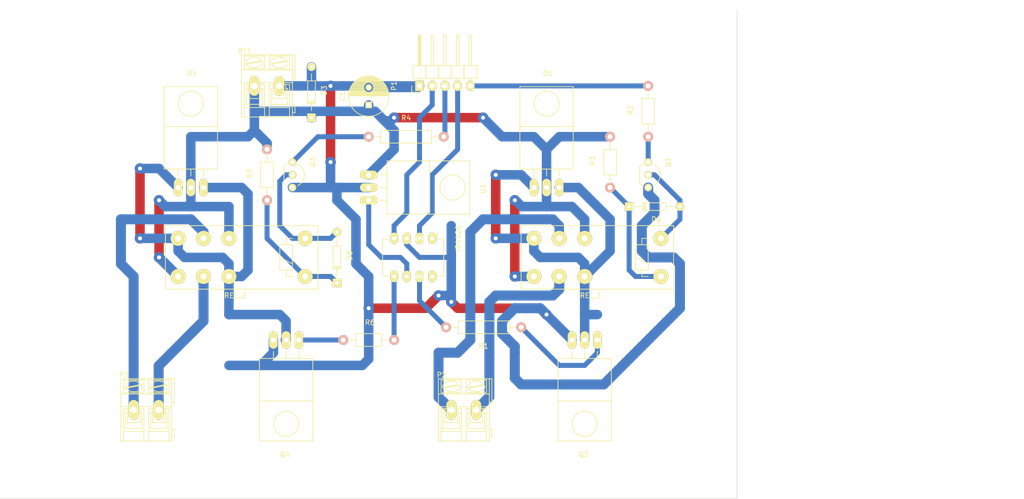
<source format=kicad_pcb>
(kicad_pcb (version 4) (host pcbnew 4.0.6)

  (general
    (links 51)
    (no_connects 0)
    (area 12.649999 11.270001 221.209999 110.540001)
    (thickness 1.6)
    (drawings 4)
    (tracks 253)
    (zones 0)
    (modules 24)
    (nets 26)
  )

  (page A4)
  (layers
    (0 F.Cu signal)
    (31 B.Cu signal)
    (32 B.Adhes user)
    (33 F.Adhes user)
    (34 B.Paste user)
    (35 F.Paste user)
    (36 B.SilkS user)
    (37 F.SilkS user)
    (38 B.Mask user)
    (39 F.Mask user)
    (40 Dwgs.User user)
    (41 Cmts.User user)
    (42 Eco1.User user)
    (43 Eco2.User user)
    (44 Edge.Cuts user)
    (45 Margin user)
    (46 B.CrtYd user)
    (47 F.CrtYd user)
    (48 B.Fab user)
    (49 F.Fab user)
  )

  (setup
    (last_trace_width 1)
    (trace_clearance 0.5)
    (zone_clearance 0.508)
    (zone_45_only no)
    (trace_min 0.2)
    (segment_width 0.2)
    (edge_width 0.1)
    (via_size 1)
    (via_drill 0.8)
    (via_min_size 0.4)
    (via_min_drill 0.3)
    (uvia_size 0.3)
    (uvia_drill 0.1)
    (uvias_allowed no)
    (uvia_min_size 0.2)
    (uvia_min_drill 0.1)
    (pcb_text_width 0.3)
    (pcb_text_size 1.5 1.5)
    (mod_edge_width 0.15)
    (mod_text_size 1 1)
    (mod_text_width 0.15)
    (pad_size 1.5 1.5)
    (pad_drill 0.6)
    (pad_to_mask_clearance 0)
    (aux_axis_origin 0 0)
    (visible_elements 7FFFEFFF)
    (pcbplotparams
      (layerselection 0x00030_80000001)
      (usegerberextensions false)
      (excludeedgelayer true)
      (linewidth 0.100000)
      (plotframeref false)
      (viasonmask false)
      (mode 1)
      (useauxorigin false)
      (hpglpennumber 1)
      (hpglpenspeed 20)
      (hpglpendiameter 15)
      (hpglpenoverlay 2)
      (psnegative false)
      (psa4output false)
      (plotreference true)
      (plotvalue true)
      (plotinvisibletext false)
      (padsonsilk false)
      (subtractmaskfromsilk false)
      (outputformat 1)
      (mirror false)
      (drillshape 1)
      (scaleselection 1)
      (outputdirectory ""))
  )

  (net 0 "")
  (net 1 GND)
  (net 2 +15V)
  (net 3 "Net-(D1-Pad1)")
  (net 4 "Net-(D4-Pad1)")
  (net 5 "Net-(D6-Pad2)")
  (net 6 "Net-(D6-Pad1)")
  (net 7 "Net-(D7-Pad2)")
  (net 8 "Net-(D7-Pad1)")
  (net 9 "Net-(D8-Pad2)")
  (net 10 "Net-(D8-Pad1)")
  (net 11 "Net-(D9-Pad2)")
  (net 12 "Net-(D9-Pad1)")
  (net 13 "Net-(IR4426-Pad1)")
  (net 14 "Net-(IR4426-Pad2)")
  (net 15 "Net-(IR4426-Pad4)")
  (net 16 "Net-(IR4426-Pad5)")
  (net 17 +9V)
  (net 18 "Net-(IR4426-Pad7)")
  (net 19 "Net-(IR4426-Pad8)")
  (net 20 "Net-(P1-Pad3)")
  (net 21 "Net-(P1-Pad5)")
  (net 22 "Net-(Q1-Pad1)")
  (net 23 "Net-(Q2-Pad1)")
  (net 24 "Net-(Q3-Pad1)")
  (net 25 "Net-(Q4-Pad1)")

  (net_class Default "This is the default net class."
    (clearance 0.5)
    (trace_width 1)
    (via_dia 1)
    (via_drill 0.8)
    (uvia_dia 0.3)
    (uvia_drill 0.1)
    (add_net +9V)
    (add_net "Net-(D6-Pad1)")
    (add_net "Net-(D6-Pad2)")
    (add_net "Net-(D8-Pad1)")
    (add_net "Net-(D8-Pad2)")
    (add_net "Net-(IR4426-Pad1)")
    (add_net "Net-(IR4426-Pad2)")
    (add_net "Net-(IR4426-Pad4)")
    (add_net "Net-(IR4426-Pad5)")
    (add_net "Net-(IR4426-Pad7)")
    (add_net "Net-(IR4426-Pad8)")
    (add_net "Net-(P1-Pad3)")
    (add_net "Net-(P1-Pad5)")
    (add_net "Net-(Q1-Pad1)")
    (add_net "Net-(Q2-Pad1)")
    (add_net "Net-(Q3-Pad1)")
    (add_net "Net-(Q4-Pad1)")
  )

  (net_class Pow ""
    (clearance 0.5)
    (trace_width 2)
    (via_dia 2.1)
    (via_drill 0.8)
    (uvia_dia 0.3)
    (uvia_drill 0.1)
    (add_net +15V)
    (add_net GND)
    (add_net "Net-(D1-Pad1)")
    (add_net "Net-(D4-Pad1)")
    (add_net "Net-(D7-Pad1)")
    (add_net "Net-(D7-Pad2)")
    (add_net "Net-(D9-Pad1)")
    (add_net "Net-(D9-Pad2)")
  )

  (module TO_SOT_Packages_THT:TO-220_Neutral123_Horizontal_LargePads placed (layer F.Cu) (tedit 0) (tstamp 57AF42AD)
    (at 86.36 48.26 270)
    (descr "TO-220, Neutral, Horizontal, Large Pads,")
    (tags "TO-220, Neutral, Horizontal, Large Pads,")
    (path /5780E15A)
    (fp_text reference U1 (at 0.24892 -22.84984 270) (layer F.SilkS)
      (effects (font (size 1 1) (thickness 0.15)))
    )
    (fp_text value LM7810ACT (at -0.20066 4.24942 270) (layer F.Fab)
      (effects (font (size 1 1) (thickness 0.15)))
    )
    (fp_line (start -2.54 -3.683) (end -2.54 -2.286) (layer F.SilkS) (width 0.15))
    (fp_line (start 0 -3.683) (end 0 -2.286) (layer F.SilkS) (width 0.15))
    (fp_line (start 2.54 -3.683) (end 2.54 -2.286) (layer F.SilkS) (width 0.15))
    (fp_circle (center 0 -16.764) (end 1.778 -14.986) (layer F.SilkS) (width 0.15))
    (fp_line (start 5.334 -12.192) (end 5.334 -20.193) (layer F.SilkS) (width 0.15))
    (fp_line (start 5.334 -20.193) (end -5.334 -20.193) (layer F.SilkS) (width 0.15))
    (fp_line (start -5.334 -20.193) (end -5.334 -12.192) (layer F.SilkS) (width 0.15))
    (fp_line (start 5.334 -3.683) (end 5.334 -12.192) (layer F.SilkS) (width 0.15))
    (fp_line (start 5.334 -12.192) (end -5.334 -12.192) (layer F.SilkS) (width 0.15))
    (fp_line (start -5.334 -12.192) (end -5.334 -3.683) (layer F.SilkS) (width 0.15))
    (fp_line (start 0 -3.683) (end -5.334 -3.683) (layer F.SilkS) (width 0.15))
    (fp_line (start 0 -3.683) (end 5.334 -3.683) (layer F.SilkS) (width 0.15))
    (pad 2 thru_hole oval (at 0 0) (size 3.50012 1.69926) (drill 1.00076) (layers *.Cu *.Mask F.SilkS)
      (net 1 GND))
    (pad 1 thru_hole oval (at -2.54 0) (size 3.50012 1.69926) (drill 1.00076) (layers *.Cu *.Mask F.SilkS)
      (net 2 +15V))
    (pad 3 thru_hole oval (at 2.54 0) (size 3.50012 1.69926) (drill 1.00076) (layers *.Cu *.Mask F.SilkS)
      (net 17 +9V))
    (pad "" np_thru_hole circle (at 0 -16.764) (size 3.79984 3.79984) (drill 3.79984) (layers *.Cu *.Mask F.SilkS))
    (model TO_SOT_Packages_THT.3dshapes/TO-220_Neutral123_Horizontal_LargePads.wrl
      (at (xyz 0 0 0))
      (scale (xyz 0.3937 0.3937 0.3937))
      (rotate (xyz 0 0 0))
    )
  )

  (module Capacitors_ThroughHole:C_Radial_D8_L11.5_P3.5 placed (layer F.Cu) (tedit 0) (tstamp 57AF41D4)
    (at 86.36 31.75 90)
    (descr "Radial Electrolytic Capacitor Diameter 8mm x Length 11.5mm, Pitch 3.5mm")
    (tags "Electrolytic Capacitor")
    (path /57813D75)
    (fp_text reference C1 (at 1.75 -5.3 90) (layer F.SilkS)
      (effects (font (size 1 1) (thickness 0.15)))
    )
    (fp_text value CP_100u (at 1.75 5.3 90) (layer F.Fab)
      (effects (font (size 1 1) (thickness 0.15)))
    )
    (fp_line (start 1.825 -3.999) (end 1.825 3.999) (layer F.SilkS) (width 0.15))
    (fp_line (start 1.965 -3.994) (end 1.965 3.994) (layer F.SilkS) (width 0.15))
    (fp_line (start 2.105 -3.984) (end 2.105 3.984) (layer F.SilkS) (width 0.15))
    (fp_line (start 2.245 -3.969) (end 2.245 3.969) (layer F.SilkS) (width 0.15))
    (fp_line (start 2.385 -3.949) (end 2.385 3.949) (layer F.SilkS) (width 0.15))
    (fp_line (start 2.525 -3.924) (end 2.525 -0.222) (layer F.SilkS) (width 0.15))
    (fp_line (start 2.525 0.222) (end 2.525 3.924) (layer F.SilkS) (width 0.15))
    (fp_line (start 2.665 -3.894) (end 2.665 -0.55) (layer F.SilkS) (width 0.15))
    (fp_line (start 2.665 0.55) (end 2.665 3.894) (layer F.SilkS) (width 0.15))
    (fp_line (start 2.805 -3.858) (end 2.805 -0.719) (layer F.SilkS) (width 0.15))
    (fp_line (start 2.805 0.719) (end 2.805 3.858) (layer F.SilkS) (width 0.15))
    (fp_line (start 2.945 -3.817) (end 2.945 -0.832) (layer F.SilkS) (width 0.15))
    (fp_line (start 2.945 0.832) (end 2.945 3.817) (layer F.SilkS) (width 0.15))
    (fp_line (start 3.085 -3.771) (end 3.085 -0.91) (layer F.SilkS) (width 0.15))
    (fp_line (start 3.085 0.91) (end 3.085 3.771) (layer F.SilkS) (width 0.15))
    (fp_line (start 3.225 -3.718) (end 3.225 -0.961) (layer F.SilkS) (width 0.15))
    (fp_line (start 3.225 0.961) (end 3.225 3.718) (layer F.SilkS) (width 0.15))
    (fp_line (start 3.365 -3.659) (end 3.365 -0.991) (layer F.SilkS) (width 0.15))
    (fp_line (start 3.365 0.991) (end 3.365 3.659) (layer F.SilkS) (width 0.15))
    (fp_line (start 3.505 -3.594) (end 3.505 -1) (layer F.SilkS) (width 0.15))
    (fp_line (start 3.505 1) (end 3.505 3.594) (layer F.SilkS) (width 0.15))
    (fp_line (start 3.645 -3.523) (end 3.645 -0.989) (layer F.SilkS) (width 0.15))
    (fp_line (start 3.645 0.989) (end 3.645 3.523) (layer F.SilkS) (width 0.15))
    (fp_line (start 3.785 -3.444) (end 3.785 -0.959) (layer F.SilkS) (width 0.15))
    (fp_line (start 3.785 0.959) (end 3.785 3.444) (layer F.SilkS) (width 0.15))
    (fp_line (start 3.925 -3.357) (end 3.925 -0.905) (layer F.SilkS) (width 0.15))
    (fp_line (start 3.925 0.905) (end 3.925 3.357) (layer F.SilkS) (width 0.15))
    (fp_line (start 4.065 -3.262) (end 4.065 -0.825) (layer F.SilkS) (width 0.15))
    (fp_line (start 4.065 0.825) (end 4.065 3.262) (layer F.SilkS) (width 0.15))
    (fp_line (start 4.205 -3.158) (end 4.205 -0.709) (layer F.SilkS) (width 0.15))
    (fp_line (start 4.205 0.709) (end 4.205 3.158) (layer F.SilkS) (width 0.15))
    (fp_line (start 4.345 -3.044) (end 4.345 -0.535) (layer F.SilkS) (width 0.15))
    (fp_line (start 4.345 0.535) (end 4.345 3.044) (layer F.SilkS) (width 0.15))
    (fp_line (start 4.485 -2.919) (end 4.485 -0.173) (layer F.SilkS) (width 0.15))
    (fp_line (start 4.485 0.173) (end 4.485 2.919) (layer F.SilkS) (width 0.15))
    (fp_line (start 4.625 -2.781) (end 4.625 2.781) (layer F.SilkS) (width 0.15))
    (fp_line (start 4.765 -2.629) (end 4.765 2.629) (layer F.SilkS) (width 0.15))
    (fp_line (start 4.905 -2.459) (end 4.905 2.459) (layer F.SilkS) (width 0.15))
    (fp_line (start 5.045 -2.268) (end 5.045 2.268) (layer F.SilkS) (width 0.15))
    (fp_line (start 5.185 -2.05) (end 5.185 2.05) (layer F.SilkS) (width 0.15))
    (fp_line (start 5.325 -1.794) (end 5.325 1.794) (layer F.SilkS) (width 0.15))
    (fp_line (start 5.465 -1.483) (end 5.465 1.483) (layer F.SilkS) (width 0.15))
    (fp_line (start 5.605 -1.067) (end 5.605 1.067) (layer F.SilkS) (width 0.15))
    (fp_line (start 5.745 -0.2) (end 5.745 0.2) (layer F.SilkS) (width 0.15))
    (fp_circle (center 3.5 0) (end 3.5 -1) (layer F.SilkS) (width 0.15))
    (fp_circle (center 1.75 0) (end 1.75 -4.0375) (layer F.SilkS) (width 0.15))
    (fp_circle (center 1.75 0) (end 1.75 -4.3) (layer F.CrtYd) (width 0.05))
    (pad 2 thru_hole circle (at 3.5 0 90) (size 1.3 1.3) (drill 0.8) (layers *.Cu *.Mask F.SilkS)
      (net 1 GND))
    (pad 1 thru_hole rect (at 0 0 90) (size 1.3 1.3) (drill 0.8) (layers *.Cu *.Mask F.SilkS)
      (net 2 +15V))
    (model Capacitors_ThroughHole.3dshapes/C_Radial_D8_L11.5_P3.5.wrl
      (at (xyz 0 0 0))
      (scale (xyz 1 1 1))
      (rotate (xyz 0 0 0))
    )
  )

  (module TO_SOT_Packages_THT:TO-220_Neutral123_Horizontal_LargePads (layer F.Cu) (tedit 0) (tstamp 57AF41DC)
    (at 121.92 48.26)
    (descr "TO-220, Neutral, Horizontal, Large Pads,")
    (tags "TO-220, Neutral, Horizontal, Large Pads,")
    (path /5780C5ED)
    (fp_text reference D1 (at 0.24892 -22.84984) (layer F.SilkS)
      (effects (font (size 1 1) (thickness 0.15)))
    )
    (fp_text value MBR2045CTI (at -0.20066 4.24942) (layer F.Fab)
      (effects (font (size 1 1) (thickness 0.15)))
    )
    (fp_line (start -2.54 -3.683) (end -2.54 -2.286) (layer F.SilkS) (width 0.15))
    (fp_line (start 0 -3.683) (end 0 -2.286) (layer F.SilkS) (width 0.15))
    (fp_line (start 2.54 -3.683) (end 2.54 -2.286) (layer F.SilkS) (width 0.15))
    (fp_circle (center 0 -16.764) (end 1.778 -14.986) (layer F.SilkS) (width 0.15))
    (fp_line (start 5.334 -12.192) (end 5.334 -20.193) (layer F.SilkS) (width 0.15))
    (fp_line (start 5.334 -20.193) (end -5.334 -20.193) (layer F.SilkS) (width 0.15))
    (fp_line (start -5.334 -20.193) (end -5.334 -12.192) (layer F.SilkS) (width 0.15))
    (fp_line (start 5.334 -3.683) (end 5.334 -12.192) (layer F.SilkS) (width 0.15))
    (fp_line (start 5.334 -12.192) (end -5.334 -12.192) (layer F.SilkS) (width 0.15))
    (fp_line (start -5.334 -12.192) (end -5.334 -3.683) (layer F.SilkS) (width 0.15))
    (fp_line (start 0 -3.683) (end -5.334 -3.683) (layer F.SilkS) (width 0.15))
    (fp_line (start 0 -3.683) (end 5.334 -3.683) (layer F.SilkS) (width 0.15))
    (pad 2 thru_hole oval (at 0 0 90) (size 3.50012 1.69926) (drill 1.00076) (layers *.Cu *.Mask F.SilkS)
      (net 2 +15V))
    (pad 1 thru_hole oval (at -2.54 0 90) (size 3.50012 1.69926) (drill 1.00076) (layers *.Cu *.Mask F.SilkS)
      (net 3 "Net-(D1-Pad1)"))
    (pad 3 thru_hole oval (at 2.54 0 90) (size 3.50012 1.69926) (drill 1.00076) (layers *.Cu *.Mask F.SilkS)
      (net 3 "Net-(D1-Pad1)"))
    (pad "" np_thru_hole circle (at 0 -16.764 90) (size 3.79984 3.79984) (drill 3.79984) (layers *.Cu *.Mask F.SilkS))
    (model TO_SOT_Packages_THT.3dshapes/TO-220_Neutral123_Horizontal_LargePads.wrl
      (at (xyz 0 0 0))
      (scale (xyz 0.3937 0.3937 0.3937))
      (rotate (xyz 0 0 0))
    )
  )

  (module Diodes_ThroughHole:Diode_DO-35_SOD27_Horizontal_RM10 placed (layer F.Cu) (tedit 552FFC30) (tstamp 57AF41E8)
    (at 74.93 34.29 90)
    (descr "Diode, DO-35,  SOD27, Horizontal, RM 10mm")
    (tags "Diode, DO-35, SOD27, Horizontal, RM 10mm, 1N4148,")
    (path /57813E0E)
    (fp_text reference D3 (at 5.43052 2.53746 90) (layer F.SilkS)
      (effects (font (size 1 1) (thickness 0.15)))
    )
    (fp_text value TVS_30 (at 4.41452 -3.55854 90) (layer F.Fab)
      (effects (font (size 1 1) (thickness 0.15)))
    )
    (fp_line (start 7.36652 -0.00254) (end 8.76352 -0.00254) (layer F.SilkS) (width 0.15))
    (fp_line (start 2.92152 -0.00254) (end 1.39752 -0.00254) (layer F.SilkS) (width 0.15))
    (fp_line (start 3.30252 -0.76454) (end 3.30252 0.75946) (layer F.SilkS) (width 0.15))
    (fp_line (start 3.04852 -0.76454) (end 3.04852 0.75946) (layer F.SilkS) (width 0.15))
    (fp_line (start 2.79452 -0.00254) (end 2.79452 0.75946) (layer F.SilkS) (width 0.15))
    (fp_line (start 2.79452 0.75946) (end 7.36652 0.75946) (layer F.SilkS) (width 0.15))
    (fp_line (start 7.36652 0.75946) (end 7.36652 -0.76454) (layer F.SilkS) (width 0.15))
    (fp_line (start 7.36652 -0.76454) (end 2.79452 -0.76454) (layer F.SilkS) (width 0.15))
    (fp_line (start 2.79452 -0.76454) (end 2.79452 -0.00254) (layer F.SilkS) (width 0.15))
    (pad 2 thru_hole circle (at 10.16052 -0.00254 270) (size 1.69926 1.69926) (drill 0.70104) (layers *.Cu *.Mask F.SilkS)
      (net 1 GND))
    (pad 1 thru_hole rect (at 0.00052 -0.00254 270) (size 1.69926 1.69926) (drill 0.70104) (layers *.Cu *.Mask F.SilkS)
      (net 2 +15V))
    (model Diodes_ThroughHole.3dshapes/Diode_DO-35_SOD27_Horizontal_RM10.wrl
      (at (xyz 0.2 0 0))
      (scale (xyz 0.4 0.4 0.4))
      (rotate (xyz 0 0 180))
    )
  )

  (module TO_SOT_Packages_THT:TO-220_Neutral123_Horizontal_LargePads (layer F.Cu) (tedit 0) (tstamp 57AF41F0)
    (at 50.8 48.26)
    (descr "TO-220, Neutral, Horizontal, Large Pads,")
    (tags "TO-220, Neutral, Horizontal, Large Pads,")
    (path /57811F19)
    (fp_text reference D4 (at 0.24892 -22.84984) (layer F.SilkS)
      (effects (font (size 1 1) (thickness 0.15)))
    )
    (fp_text value MBR2045CTI (at -0.20066 4.24942) (layer F.Fab)
      (effects (font (size 1 1) (thickness 0.15)))
    )
    (fp_line (start -2.54 -3.683) (end -2.54 -2.286) (layer F.SilkS) (width 0.15))
    (fp_line (start 0 -3.683) (end 0 -2.286) (layer F.SilkS) (width 0.15))
    (fp_line (start 2.54 -3.683) (end 2.54 -2.286) (layer F.SilkS) (width 0.15))
    (fp_circle (center 0 -16.764) (end 1.778 -14.986) (layer F.SilkS) (width 0.15))
    (fp_line (start 5.334 -12.192) (end 5.334 -20.193) (layer F.SilkS) (width 0.15))
    (fp_line (start 5.334 -20.193) (end -5.334 -20.193) (layer F.SilkS) (width 0.15))
    (fp_line (start -5.334 -20.193) (end -5.334 -12.192) (layer F.SilkS) (width 0.15))
    (fp_line (start 5.334 -3.683) (end 5.334 -12.192) (layer F.SilkS) (width 0.15))
    (fp_line (start 5.334 -12.192) (end -5.334 -12.192) (layer F.SilkS) (width 0.15))
    (fp_line (start -5.334 -12.192) (end -5.334 -3.683) (layer F.SilkS) (width 0.15))
    (fp_line (start 0 -3.683) (end -5.334 -3.683) (layer F.SilkS) (width 0.15))
    (fp_line (start 0 -3.683) (end 5.334 -3.683) (layer F.SilkS) (width 0.15))
    (pad 2 thru_hole oval (at 0 0 90) (size 3.50012 1.69926) (drill 1.00076) (layers *.Cu *.Mask F.SilkS)
      (net 2 +15V))
    (pad 1 thru_hole oval (at -2.54 0 90) (size 3.50012 1.69926) (drill 1.00076) (layers *.Cu *.Mask F.SilkS)
      (net 4 "Net-(D4-Pad1)"))
    (pad 3 thru_hole oval (at 2.54 0 90) (size 3.50012 1.69926) (drill 1.00076) (layers *.Cu *.Mask F.SilkS)
      (net 4 "Net-(D4-Pad1)"))
    (pad "" np_thru_hole circle (at 0 -16.764 90) (size 3.79984 3.79984) (drill 3.79984) (layers *.Cu *.Mask F.SilkS))
    (model TO_SOT_Packages_THT.3dshapes/TO-220_Neutral123_Horizontal_LargePads.wrl
      (at (xyz 0 0 0))
      (scale (xyz 0.3937 0.3937 0.3937))
      (rotate (xyz 0 0 0))
    )
  )

  (module Diodes_ThroughHole:Diode_DO-35_SOD27_Horizontal_RM10 placed (layer F.Cu) (tedit 552FFC30) (tstamp 57AF41FC)
    (at 138.43 52.07)
    (descr "Diode, DO-35,  SOD27, Horizontal, RM 10mm")
    (tags "Diode, DO-35, SOD27, Horizontal, RM 10mm, 1N4148,")
    (path /57844674)
    (fp_text reference D6 (at 5.43052 2.53746) (layer F.SilkS)
      (effects (font (size 1 1) (thickness 0.15)))
    )
    (fp_text value 1N4148 (at 4.41452 -3.55854) (layer F.Fab)
      (effects (font (size 1 1) (thickness 0.15)))
    )
    (fp_line (start 7.36652 -0.00254) (end 8.76352 -0.00254) (layer F.SilkS) (width 0.15))
    (fp_line (start 2.92152 -0.00254) (end 1.39752 -0.00254) (layer F.SilkS) (width 0.15))
    (fp_line (start 3.30252 -0.76454) (end 3.30252 0.75946) (layer F.SilkS) (width 0.15))
    (fp_line (start 3.04852 -0.76454) (end 3.04852 0.75946) (layer F.SilkS) (width 0.15))
    (fp_line (start 2.79452 -0.00254) (end 2.79452 0.75946) (layer F.SilkS) (width 0.15))
    (fp_line (start 2.79452 0.75946) (end 7.36652 0.75946) (layer F.SilkS) (width 0.15))
    (fp_line (start 7.36652 0.75946) (end 7.36652 -0.76454) (layer F.SilkS) (width 0.15))
    (fp_line (start 7.36652 -0.76454) (end 2.79452 -0.76454) (layer F.SilkS) (width 0.15))
    (fp_line (start 2.79452 -0.76454) (end 2.79452 -0.00254) (layer F.SilkS) (width 0.15))
    (pad 2 thru_hole circle (at 10.16052 -0.00254 180) (size 1.69926 1.69926) (drill 0.70104) (layers *.Cu *.Mask F.SilkS)
      (net 5 "Net-(D6-Pad2)"))
    (pad 1 thru_hole rect (at 0.00052 -0.00254 180) (size 1.69926 1.69926) (drill 0.70104) (layers *.Cu *.Mask F.SilkS)
      (net 6 "Net-(D6-Pad1)"))
    (model Diodes_ThroughHole.3dshapes/Diode_DO-35_SOD27_Horizontal_RM10.wrl
      (at (xyz 0.2 0 0))
      (scale (xyz 0.4 0.4 0.4))
      (rotate (xyz 0 0 180))
    )
  )

  (module Diodes_ThroughHole:Diode_DO-35_SOD27_Horizontal_RM10 placed (layer F.Cu) (tedit 552FFC30) (tstamp 57AF4208)
    (at 80.01 67.31 90)
    (descr "Diode, DO-35,  SOD27, Horizontal, RM 10mm")
    (tags "Diode, DO-35, SOD27, Horizontal, RM 10mm, 1N4148,")
    (path /57844CB2)
    (fp_text reference D8 (at 5.43052 2.53746 90) (layer F.SilkS)
      (effects (font (size 1 1) (thickness 0.15)))
    )
    (fp_text value 1N4148 (at 4.41452 -3.55854 90) (layer F.Fab)
      (effects (font (size 1 1) (thickness 0.15)))
    )
    (fp_line (start 7.36652 -0.00254) (end 8.76352 -0.00254) (layer F.SilkS) (width 0.15))
    (fp_line (start 2.92152 -0.00254) (end 1.39752 -0.00254) (layer F.SilkS) (width 0.15))
    (fp_line (start 3.30252 -0.76454) (end 3.30252 0.75946) (layer F.SilkS) (width 0.15))
    (fp_line (start 3.04852 -0.76454) (end 3.04852 0.75946) (layer F.SilkS) (width 0.15))
    (fp_line (start 2.79452 -0.00254) (end 2.79452 0.75946) (layer F.SilkS) (width 0.15))
    (fp_line (start 2.79452 0.75946) (end 7.36652 0.75946) (layer F.SilkS) (width 0.15))
    (fp_line (start 7.36652 0.75946) (end 7.36652 -0.76454) (layer F.SilkS) (width 0.15))
    (fp_line (start 7.36652 -0.76454) (end 2.79452 -0.76454) (layer F.SilkS) (width 0.15))
    (fp_line (start 2.79452 -0.76454) (end 2.79452 -0.00254) (layer F.SilkS) (width 0.15))
    (pad 2 thru_hole circle (at 10.16052 -0.00254 270) (size 1.69926 1.69926) (drill 0.70104) (layers *.Cu *.Mask F.SilkS)
      (net 9 "Net-(D8-Pad2)"))
    (pad 1 thru_hole rect (at 0.00052 -0.00254 270) (size 1.69926 1.69926) (drill 0.70104) (layers *.Cu *.Mask F.SilkS)
      (net 10 "Net-(D8-Pad1)"))
    (model Diodes_ThroughHole.3dshapes/Diode_DO-35_SOD27_Horizontal_RM10.wrl
      (at (xyz 0.2 0 0))
      (scale (xyz 0.4 0.4 0.4))
      (rotate (xyz 0 0 180))
    )
  )

  (module Housings_DIP:DIP-8_W7.62mm_LongPads placed (layer F.Cu) (tedit 54130A77) (tstamp 57AF421A)
    (at 99.06 58.42 270)
    (descr "8-lead dip package, row spacing 7.62 mm (300 mils), longer pads")
    (tags "dil dip 2.54 300")
    (path /5780D4F4)
    (fp_text reference IR4426 (at 0 -5.22 270) (layer F.SilkS)
      (effects (font (size 1 1) (thickness 0.15)))
    )
    (fp_text value DIL8 (at 0 -3.72 270) (layer F.Fab)
      (effects (font (size 1 1) (thickness 0.15)))
    )
    (fp_line (start -1.4 -2.45) (end -1.4 10.1) (layer F.CrtYd) (width 0.05))
    (fp_line (start 9 -2.45) (end 9 10.1) (layer F.CrtYd) (width 0.05))
    (fp_line (start -1.4 -2.45) (end 9 -2.45) (layer F.CrtYd) (width 0.05))
    (fp_line (start -1.4 10.1) (end 9 10.1) (layer F.CrtYd) (width 0.05))
    (fp_line (start 0.135 -2.295) (end 0.135 -1.025) (layer F.SilkS) (width 0.15))
    (fp_line (start 7.485 -2.295) (end 7.485 -1.025) (layer F.SilkS) (width 0.15))
    (fp_line (start 7.485 9.915) (end 7.485 8.645) (layer F.SilkS) (width 0.15))
    (fp_line (start 0.135 9.915) (end 0.135 8.645) (layer F.SilkS) (width 0.15))
    (fp_line (start 0.135 -2.295) (end 7.485 -2.295) (layer F.SilkS) (width 0.15))
    (fp_line (start 0.135 9.915) (end 7.485 9.915) (layer F.SilkS) (width 0.15))
    (fp_line (start 0.135 -1.025) (end -1.15 -1.025) (layer F.SilkS) (width 0.15))
    (pad 1 thru_hole oval (at 0 0 270) (size 2.3 1.6) (drill 0.8) (layers *.Cu *.Mask F.SilkS)
      (net 13 "Net-(IR4426-Pad1)"))
    (pad 2 thru_hole oval (at 0 2.54 270) (size 2.3 1.6) (drill 0.8) (layers *.Cu *.Mask F.SilkS)
      (net 14 "Net-(IR4426-Pad2)"))
    (pad 3 thru_hole oval (at 0 5.08 270) (size 2.3 1.6) (drill 0.8) (layers *.Cu *.Mask F.SilkS)
      (net 1 GND))
    (pad 4 thru_hole oval (at 0 7.62 270) (size 2.3 1.6) (drill 0.8) (layers *.Cu *.Mask F.SilkS)
      (net 15 "Net-(IR4426-Pad4)"))
    (pad 5 thru_hole oval (at 7.62 7.62 270) (size 2.3 1.6) (drill 0.8) (layers *.Cu *.Mask F.SilkS)
      (net 16 "Net-(IR4426-Pad5)"))
    (pad 6 thru_hole oval (at 7.62 5.08 270) (size 2.3 1.6) (drill 0.8) (layers *.Cu *.Mask F.SilkS)
      (net 17 +9V))
    (pad 7 thru_hole oval (at 7.62 2.54 270) (size 2.3 1.6) (drill 0.8) (layers *.Cu *.Mask F.SilkS)
      (net 18 "Net-(IR4426-Pad7)"))
    (pad 8 thru_hole oval (at 7.62 0 270) (size 2.3 1.6) (drill 0.8) (layers *.Cu *.Mask F.SilkS)
      (net 19 "Net-(IR4426-Pad8)"))
    (model Housings_DIP.3dshapes/DIP-8_W7.62mm_LongPads.wrl
      (at (xyz 0 0 0))
      (scale (xyz 1 1 1))
      (rotate (xyz 0 0 0))
    )
  )

  (module Pin_Headers:Pin_Header_Angled_1x05 (layer F.Cu) (tedit 0) (tstamp 57AF4223)
    (at 96.52 27.94 90)
    (descr "Through hole pin header")
    (tags "pin header")
    (path /5780EB17)
    (fp_text reference P1 (at 0 -5.1 90) (layer F.SilkS)
      (effects (font (size 1 1) (thickness 0.15)))
    )
    (fp_text value Motor_control (at 0 -3.1 90) (layer F.Fab)
      (effects (font (size 1 1) (thickness 0.15)))
    )
    (fp_line (start -1.5 -1.75) (end -1.5 11.95) (layer F.CrtYd) (width 0.05))
    (fp_line (start 10.65 -1.75) (end 10.65 11.95) (layer F.CrtYd) (width 0.05))
    (fp_line (start -1.5 -1.75) (end 10.65 -1.75) (layer F.CrtYd) (width 0.05))
    (fp_line (start -1.5 11.95) (end 10.65 11.95) (layer F.CrtYd) (width 0.05))
    (fp_line (start -1.3 -1.55) (end -1.3 0) (layer F.SilkS) (width 0.15))
    (fp_line (start 0 -1.55) (end -1.3 -1.55) (layer F.SilkS) (width 0.15))
    (fp_line (start 4.191 -0.127) (end 10.033 -0.127) (layer F.SilkS) (width 0.15))
    (fp_line (start 10.033 -0.127) (end 10.033 0.127) (layer F.SilkS) (width 0.15))
    (fp_line (start 10.033 0.127) (end 4.191 0.127) (layer F.SilkS) (width 0.15))
    (fp_line (start 4.191 0.127) (end 4.191 0) (layer F.SilkS) (width 0.15))
    (fp_line (start 4.191 0) (end 10.033 0) (layer F.SilkS) (width 0.15))
    (fp_line (start 1.524 -0.254) (end 1.143 -0.254) (layer F.SilkS) (width 0.15))
    (fp_line (start 1.524 0.254) (end 1.143 0.254) (layer F.SilkS) (width 0.15))
    (fp_line (start 1.524 2.286) (end 1.143 2.286) (layer F.SilkS) (width 0.15))
    (fp_line (start 1.524 2.794) (end 1.143 2.794) (layer F.SilkS) (width 0.15))
    (fp_line (start 1.524 4.826) (end 1.143 4.826) (layer F.SilkS) (width 0.15))
    (fp_line (start 1.524 5.334) (end 1.143 5.334) (layer F.SilkS) (width 0.15))
    (fp_line (start 1.524 7.366) (end 1.143 7.366) (layer F.SilkS) (width 0.15))
    (fp_line (start 1.524 7.874) (end 1.143 7.874) (layer F.SilkS) (width 0.15))
    (fp_line (start 1.524 10.414) (end 1.143 10.414) (layer F.SilkS) (width 0.15))
    (fp_line (start 1.524 9.906) (end 1.143 9.906) (layer F.SilkS) (width 0.15))
    (fp_line (start 4.064 1.27) (end 4.064 -1.27) (layer F.SilkS) (width 0.15))
    (fp_line (start 10.16 0.254) (end 4.064 0.254) (layer F.SilkS) (width 0.15))
    (fp_line (start 10.16 -0.254) (end 10.16 0.254) (layer F.SilkS) (width 0.15))
    (fp_line (start 4.064 -0.254) (end 10.16 -0.254) (layer F.SilkS) (width 0.15))
    (fp_line (start 1.524 1.27) (end 4.064 1.27) (layer F.SilkS) (width 0.15))
    (fp_line (start 1.524 -1.27) (end 1.524 1.27) (layer F.SilkS) (width 0.15))
    (fp_line (start 1.524 -1.27) (end 4.064 -1.27) (layer F.SilkS) (width 0.15))
    (fp_line (start 1.524 3.81) (end 4.064 3.81) (layer F.SilkS) (width 0.15))
    (fp_line (start 1.524 3.81) (end 1.524 6.35) (layer F.SilkS) (width 0.15))
    (fp_line (start 1.524 6.35) (end 4.064 6.35) (layer F.SilkS) (width 0.15))
    (fp_line (start 4.064 4.826) (end 10.16 4.826) (layer F.SilkS) (width 0.15))
    (fp_line (start 10.16 4.826) (end 10.16 5.334) (layer F.SilkS) (width 0.15))
    (fp_line (start 10.16 5.334) (end 4.064 5.334) (layer F.SilkS) (width 0.15))
    (fp_line (start 4.064 6.35) (end 4.064 3.81) (layer F.SilkS) (width 0.15))
    (fp_line (start 4.064 3.81) (end 4.064 1.27) (layer F.SilkS) (width 0.15))
    (fp_line (start 10.16 2.794) (end 4.064 2.794) (layer F.SilkS) (width 0.15))
    (fp_line (start 10.16 2.286) (end 10.16 2.794) (layer F.SilkS) (width 0.15))
    (fp_line (start 4.064 2.286) (end 10.16 2.286) (layer F.SilkS) (width 0.15))
    (fp_line (start 1.524 3.81) (end 4.064 3.81) (layer F.SilkS) (width 0.15))
    (fp_line (start 1.524 1.27) (end 1.524 3.81) (layer F.SilkS) (width 0.15))
    (fp_line (start 1.524 1.27) (end 4.064 1.27) (layer F.SilkS) (width 0.15))
    (fp_line (start 1.524 8.89) (end 4.064 8.89) (layer F.SilkS) (width 0.15))
    (fp_line (start 1.524 8.89) (end 1.524 11.43) (layer F.SilkS) (width 0.15))
    (fp_line (start 1.524 11.43) (end 4.064 11.43) (layer F.SilkS) (width 0.15))
    (fp_line (start 4.064 9.906) (end 10.16 9.906) (layer F.SilkS) (width 0.15))
    (fp_line (start 10.16 9.906) (end 10.16 10.414) (layer F.SilkS) (width 0.15))
    (fp_line (start 10.16 10.414) (end 4.064 10.414) (layer F.SilkS) (width 0.15))
    (fp_line (start 4.064 11.43) (end 4.064 8.89) (layer F.SilkS) (width 0.15))
    (fp_line (start 4.064 8.89) (end 4.064 6.35) (layer F.SilkS) (width 0.15))
    (fp_line (start 10.16 7.874) (end 4.064 7.874) (layer F.SilkS) (width 0.15))
    (fp_line (start 10.16 7.366) (end 10.16 7.874) (layer F.SilkS) (width 0.15))
    (fp_line (start 4.064 7.366) (end 10.16 7.366) (layer F.SilkS) (width 0.15))
    (fp_line (start 1.524 8.89) (end 4.064 8.89) (layer F.SilkS) (width 0.15))
    (fp_line (start 1.524 6.35) (end 1.524 8.89) (layer F.SilkS) (width 0.15))
    (fp_line (start 1.524 6.35) (end 4.064 6.35) (layer F.SilkS) (width 0.15))
    (pad 1 thru_hole rect (at 0 0 90) (size 2.032 1.7272) (drill 1.016) (layers *.Cu *.Mask F.SilkS)
      (net 1 GND))
    (pad 2 thru_hole oval (at 0 2.54 90) (size 2.032 1.7272) (drill 1.016) (layers *.Cu *.Mask F.SilkS)
      (net 15 "Net-(IR4426-Pad4)"))
    (pad 3 thru_hole oval (at 0 5.08 90) (size 2.032 1.7272) (drill 1.016) (layers *.Cu *.Mask F.SilkS)
      (net 20 "Net-(P1-Pad3)"))
    (pad 4 thru_hole oval (at 0 7.62 90) (size 2.032 1.7272) (drill 1.016) (layers *.Cu *.Mask F.SilkS)
      (net 14 "Net-(IR4426-Pad2)"))
    (pad 5 thru_hole oval (at 0 10.16 90) (size 2.032 1.7272) (drill 1.016) (layers *.Cu *.Mask F.SilkS)
      (net 21 "Net-(P1-Pad5)"))
    (model Pin_Headers.3dshapes/Pin_Header_Angled_1x05.wrl
      (at (xyz 0 -0.2 0))
      (scale (xyz 1 1 1))
      (rotate (xyz 0 0 90))
    )
  )

  (module TO_SOT_Packages_THT:TO-92_Inline_Wide placed (layer F.Cu) (tedit 54F242B4) (tstamp 57AF4236)
    (at 142.24 43.18 270)
    (descr "TO-92 leads in-line, wide, drill 0.8mm (see NXP sot054_po.pdf)")
    (tags "to-92 sc-43 sc-43a sot54 PA33 transistor")
    (path /5780E8E3)
    (fp_text reference Q1 (at 0 -4 450) (layer F.SilkS)
      (effects (font (size 1 1) (thickness 0.15)))
    )
    (fp_text value Q_NPN_BCE (at 0 3 270) (layer F.Fab)
      (effects (font (size 1 1) (thickness 0.15)))
    )
    (fp_arc (start 2.54 0) (end 0.84 1.7) (angle 20.5) (layer F.SilkS) (width 0.15))
    (fp_arc (start 2.54 0) (end 4.24 1.7) (angle -20.5) (layer F.SilkS) (width 0.15))
    (fp_line (start -1 1.95) (end -1 -2.65) (layer F.CrtYd) (width 0.05))
    (fp_line (start -1 1.95) (end 6.1 1.95) (layer F.CrtYd) (width 0.05))
    (fp_line (start 0.84 1.7) (end 4.24 1.7) (layer F.SilkS) (width 0.15))
    (fp_arc (start 2.54 0) (end 2.54 -2.4) (angle -65.55604127) (layer F.SilkS) (width 0.15))
    (fp_arc (start 2.54 0) (end 2.54 -2.4) (angle 65.55604127) (layer F.SilkS) (width 0.15))
    (fp_line (start -1 -2.65) (end 6.1 -2.65) (layer F.CrtYd) (width 0.05))
    (fp_line (start 6.1 1.95) (end 6.1 -2.65) (layer F.CrtYd) (width 0.05))
    (pad 2 thru_hole circle (at 2.54 0) (size 1.524 1.524) (drill 0.8) (layers *.Cu *.Mask F.SilkS)
      (net 5 "Net-(D6-Pad2)"))
    (pad 3 thru_hole circle (at 5.08 0) (size 1.524 1.524) (drill 0.8) (layers *.Cu *.Mask F.SilkS)
      (net 1 GND))
    (pad 1 thru_hole circle (at 0 0) (size 1.524 1.524) (drill 0.8) (layers *.Cu *.Mask F.SilkS)
      (net 22 "Net-(Q1-Pad1)"))
    (model TO_SOT_Packages_THT.3dshapes/TO-92_Inline_Wide.wrl
      (at (xyz 0.1 0 0))
      (scale (xyz 1 1 1))
      (rotate (xyz 0 0 -90))
    )
  )

  (module TO_SOT_Packages_THT:TO-220_Neutral123_Horizontal_LargePads (layer F.Cu) (tedit 0) (tstamp 57AF423E)
    (at 129.54 78.74 180)
    (descr "TO-220, Neutral, Horizontal, Large Pads,")
    (tags "TO-220, Neutral, Horizontal, Large Pads,")
    (path /5780C6ED)
    (fp_text reference Q2 (at 0.24892 -22.84984 180) (layer F.SilkS)
      (effects (font (size 1 1) (thickness 0.15)))
    )
    (fp_text value IRF540N (at -0.20066 4.24942 180) (layer F.Fab)
      (effects (font (size 1 1) (thickness 0.15)))
    )
    (fp_line (start -2.54 -3.683) (end -2.54 -2.286) (layer F.SilkS) (width 0.15))
    (fp_line (start 0 -3.683) (end 0 -2.286) (layer F.SilkS) (width 0.15))
    (fp_line (start 2.54 -3.683) (end 2.54 -2.286) (layer F.SilkS) (width 0.15))
    (fp_circle (center 0 -16.764) (end 1.778 -14.986) (layer F.SilkS) (width 0.15))
    (fp_line (start 5.334 -12.192) (end 5.334 -20.193) (layer F.SilkS) (width 0.15))
    (fp_line (start 5.334 -20.193) (end -5.334 -20.193) (layer F.SilkS) (width 0.15))
    (fp_line (start -5.334 -20.193) (end -5.334 -12.192) (layer F.SilkS) (width 0.15))
    (fp_line (start 5.334 -3.683) (end 5.334 -12.192) (layer F.SilkS) (width 0.15))
    (fp_line (start 5.334 -12.192) (end -5.334 -12.192) (layer F.SilkS) (width 0.15))
    (fp_line (start -5.334 -12.192) (end -5.334 -3.683) (layer F.SilkS) (width 0.15))
    (fp_line (start 0 -3.683) (end -5.334 -3.683) (layer F.SilkS) (width 0.15))
    (fp_line (start 0 -3.683) (end 5.334 -3.683) (layer F.SilkS) (width 0.15))
    (pad 2 thru_hole oval (at 0 0 270) (size 3.50012 1.69926) (drill 1.00076) (layers *.Cu *.Mask F.SilkS)
      (net 3 "Net-(D1-Pad1)"))
    (pad 1 thru_hole oval (at -2.54 0 270) (size 3.50012 1.69926) (drill 1.00076) (layers *.Cu *.Mask F.SilkS)
      (net 23 "Net-(Q2-Pad1)"))
    (pad 3 thru_hole oval (at 2.54 0 270) (size 3.50012 1.69926) (drill 1.00076) (layers *.Cu *.Mask F.SilkS)
      (net 1 GND))
    (pad "" np_thru_hole circle (at 0 -16.764 270) (size 3.79984 3.79984) (drill 3.79984) (layers *.Cu *.Mask F.SilkS))
    (model TO_SOT_Packages_THT.3dshapes/TO-220_Neutral123_Horizontal_LargePads.wrl
      (at (xyz 0 0 0))
      (scale (xyz 0.3937 0.3937 0.3937))
      (rotate (xyz 0 0 0))
    )
  )

  (module TO_SOT_Packages_THT:TO-92_Inline_Wide placed (layer F.Cu) (tedit 54F242B4) (tstamp 57AF4245)
    (at 71.12 43.18 270)
    (descr "TO-92 leads in-line, wide, drill 0.8mm (see NXP sot054_po.pdf)")
    (tags "to-92 sc-43 sc-43a sot54 PA33 transistor")
    (path /57811F79)
    (fp_text reference Q3 (at 0 -4 450) (layer F.SilkS)
      (effects (font (size 1 1) (thickness 0.15)))
    )
    (fp_text value Q_NPN_BCE (at 0 3 270) (layer F.Fab)
      (effects (font (size 1 1) (thickness 0.15)))
    )
    (fp_arc (start 2.54 0) (end 0.84 1.7) (angle 20.5) (layer F.SilkS) (width 0.15))
    (fp_arc (start 2.54 0) (end 4.24 1.7) (angle -20.5) (layer F.SilkS) (width 0.15))
    (fp_line (start -1 1.95) (end -1 -2.65) (layer F.CrtYd) (width 0.05))
    (fp_line (start -1 1.95) (end 6.1 1.95) (layer F.CrtYd) (width 0.05))
    (fp_line (start 0.84 1.7) (end 4.24 1.7) (layer F.SilkS) (width 0.15))
    (fp_arc (start 2.54 0) (end 2.54 -2.4) (angle -65.55604127) (layer F.SilkS) (width 0.15))
    (fp_arc (start 2.54 0) (end 2.54 -2.4) (angle 65.55604127) (layer F.SilkS) (width 0.15))
    (fp_line (start -1 -2.65) (end 6.1 -2.65) (layer F.CrtYd) (width 0.05))
    (fp_line (start 6.1 1.95) (end 6.1 -2.65) (layer F.CrtYd) (width 0.05))
    (pad 2 thru_hole circle (at 2.54 0) (size 1.524 1.524) (drill 0.8) (layers *.Cu *.Mask F.SilkS)
      (net 9 "Net-(D8-Pad2)"))
    (pad 3 thru_hole circle (at 5.08 0) (size 1.524 1.524) (drill 0.8) (layers *.Cu *.Mask F.SilkS)
      (net 1 GND))
    (pad 1 thru_hole circle (at 0 0) (size 1.524 1.524) (drill 0.8) (layers *.Cu *.Mask F.SilkS)
      (net 24 "Net-(Q3-Pad1)"))
    (model TO_SOT_Packages_THT.3dshapes/TO-92_Inline_Wide.wrl
      (at (xyz 0.1 0 0))
      (scale (xyz 1 1 1))
      (rotate (xyz 0 0 -90))
    )
  )

  (module TO_SOT_Packages_THT:TO-220_Neutral123_Horizontal_LargePads (layer F.Cu) (tedit 0) (tstamp 57AF424D)
    (at 69.85 78.74 180)
    (descr "TO-220, Neutral, Horizontal, Large Pads,")
    (tags "TO-220, Neutral, Horizontal, Large Pads,")
    (path /57811F1F)
    (fp_text reference Q4 (at 0.24892 -22.84984 180) (layer F.SilkS)
      (effects (font (size 1 1) (thickness 0.15)))
    )
    (fp_text value IRF540N (at -0.20066 4.24942 180) (layer F.Fab)
      (effects (font (size 1 1) (thickness 0.15)))
    )
    (fp_line (start -2.54 -3.683) (end -2.54 -2.286) (layer F.SilkS) (width 0.15))
    (fp_line (start 0 -3.683) (end 0 -2.286) (layer F.SilkS) (width 0.15))
    (fp_line (start 2.54 -3.683) (end 2.54 -2.286) (layer F.SilkS) (width 0.15))
    (fp_circle (center 0 -16.764) (end 1.778 -14.986) (layer F.SilkS) (width 0.15))
    (fp_line (start 5.334 -12.192) (end 5.334 -20.193) (layer F.SilkS) (width 0.15))
    (fp_line (start 5.334 -20.193) (end -5.334 -20.193) (layer F.SilkS) (width 0.15))
    (fp_line (start -5.334 -20.193) (end -5.334 -12.192) (layer F.SilkS) (width 0.15))
    (fp_line (start 5.334 -3.683) (end 5.334 -12.192) (layer F.SilkS) (width 0.15))
    (fp_line (start 5.334 -12.192) (end -5.334 -12.192) (layer F.SilkS) (width 0.15))
    (fp_line (start -5.334 -12.192) (end -5.334 -3.683) (layer F.SilkS) (width 0.15))
    (fp_line (start 0 -3.683) (end -5.334 -3.683) (layer F.SilkS) (width 0.15))
    (fp_line (start 0 -3.683) (end 5.334 -3.683) (layer F.SilkS) (width 0.15))
    (pad 2 thru_hole oval (at 0 0 270) (size 3.50012 1.69926) (drill 1.00076) (layers *.Cu *.Mask F.SilkS)
      (net 4 "Net-(D4-Pad1)"))
    (pad 1 thru_hole oval (at -2.54 0 270) (size 3.50012 1.69926) (drill 1.00076) (layers *.Cu *.Mask F.SilkS)
      (net 25 "Net-(Q4-Pad1)"))
    (pad 3 thru_hole oval (at 2.54 0 270) (size 3.50012 1.69926) (drill 1.00076) (layers *.Cu *.Mask F.SilkS)
      (net 1 GND))
    (pad "" np_thru_hole circle (at 0 -16.764 270) (size 3.79984 3.79984) (drill 3.79984) (layers *.Cu *.Mask F.SilkS))
    (model TO_SOT_Packages_THT.3dshapes/TO-220_Neutral123_Horizontal_LargePads.wrl
      (at (xyz 0 0 0))
      (scale (xyz 0.3937 0.3937 0.3937))
      (rotate (xyz 0 0 0))
    )
  )

  (module Resistors_ThroughHole:Resistor_Horizontal_RM10mm placed (layer F.Cu) (tedit 56648415) (tstamp 57AF4259)
    (at 142.24 38.1 90)
    (descr "Resistor, Axial,  RM 10mm, 1/3W")
    (tags "Resistor Axial RM 10mm 1/3W")
    (path /5780EA32)
    (fp_text reference R2 (at 5.32892 -3.50012 90) (layer F.SilkS)
      (effects (font (size 1 1) (thickness 0.15)))
    )
    (fp_text value R_npn (at 5.08 3.81 90) (layer F.Fab)
      (effects (font (size 1 1) (thickness 0.15)))
    )
    (fp_line (start -1.25 -1.5) (end 11.4 -1.5) (layer F.CrtYd) (width 0.05))
    (fp_line (start -1.25 1.5) (end -1.25 -1.5) (layer F.CrtYd) (width 0.05))
    (fp_line (start 11.4 -1.5) (end 11.4 1.5) (layer F.CrtYd) (width 0.05))
    (fp_line (start -1.25 1.5) (end 11.4 1.5) (layer F.CrtYd) (width 0.05))
    (fp_line (start 2.54 -1.27) (end 7.62 -1.27) (layer F.SilkS) (width 0.15))
    (fp_line (start 7.62 -1.27) (end 7.62 1.27) (layer F.SilkS) (width 0.15))
    (fp_line (start 7.62 1.27) (end 2.54 1.27) (layer F.SilkS) (width 0.15))
    (fp_line (start 2.54 1.27) (end 2.54 -1.27) (layer F.SilkS) (width 0.15))
    (fp_line (start 2.54 0) (end 1.27 0) (layer F.SilkS) (width 0.15))
    (fp_line (start 7.62 0) (end 8.89 0) (layer F.SilkS) (width 0.15))
    (pad 1 thru_hole circle (at 0 0 90) (size 1.99898 1.99898) (drill 1.00076) (layers *.Cu *.SilkS *.Mask)
      (net 22 "Net-(Q1-Pad1)"))
    (pad 2 thru_hole circle (at 10.16 0 90) (size 1.99898 1.99898) (drill 1.00076) (layers *.Cu *.SilkS *.Mask)
      (net 21 "Net-(P1-Pad5)"))
    (model Resistors_ThroughHole.3dshapes/Resistor_Horizontal_RM10mm.wrl
      (at (xyz 0.2 0 0))
      (scale (xyz 0.4 0.4 0.4))
      (rotate (xyz 0 0 0))
    )
  )

  (module Resistors_ThroughHole:Resistor_Horizontal_RM10mm placed (layer F.Cu) (tedit 56648415) (tstamp 57AF425F)
    (at 134.62 48.26 90)
    (descr "Resistor, Axial,  RM 10mm, 1/3W")
    (tags "Resistor Axial RM 10mm 1/3W")
    (path /5780E7DC)
    (fp_text reference R3 (at 5.32892 -3.50012 90) (layer F.SilkS)
      (effects (font (size 1 1) (thickness 0.15)))
    )
    (fp_text value R_rel (at 5.08 3.81 90) (layer F.Fab)
      (effects (font (size 1 1) (thickness 0.15)))
    )
    (fp_line (start -1.25 -1.5) (end 11.4 -1.5) (layer F.CrtYd) (width 0.05))
    (fp_line (start -1.25 1.5) (end -1.25 -1.5) (layer F.CrtYd) (width 0.05))
    (fp_line (start 11.4 -1.5) (end 11.4 1.5) (layer F.CrtYd) (width 0.05))
    (fp_line (start -1.25 1.5) (end 11.4 1.5) (layer F.CrtYd) (width 0.05))
    (fp_line (start 2.54 -1.27) (end 7.62 -1.27) (layer F.SilkS) (width 0.15))
    (fp_line (start 7.62 -1.27) (end 7.62 1.27) (layer F.SilkS) (width 0.15))
    (fp_line (start 7.62 1.27) (end 2.54 1.27) (layer F.SilkS) (width 0.15))
    (fp_line (start 2.54 1.27) (end 2.54 -1.27) (layer F.SilkS) (width 0.15))
    (fp_line (start 2.54 0) (end 1.27 0) (layer F.SilkS) (width 0.15))
    (fp_line (start 7.62 0) (end 8.89 0) (layer F.SilkS) (width 0.15))
    (pad 1 thru_hole circle (at 0 0 90) (size 1.99898 1.99898) (drill 1.00076) (layers *.Cu *.SilkS *.Mask)
      (net 6 "Net-(D6-Pad1)"))
    (pad 2 thru_hole circle (at 10.16 0 90) (size 1.99898 1.99898) (drill 1.00076) (layers *.Cu *.SilkS *.Mask)
      (net 2 +15V))
    (model Resistors_ThroughHole.3dshapes/Resistor_Horizontal_RM10mm.wrl
      (at (xyz 0.2 0 0))
      (scale (xyz 0.4 0.4 0.4))
      (rotate (xyz 0 0 0))
    )
  )

  (module Resistors_ThroughHole:Resistor_Horizontal_RM10mm placed (layer F.Cu) (tedit 56648415) (tstamp 57AF426B)
    (at 66.04 50.8 90)
    (descr "Resistor, Axial,  RM 10mm, 1/3W")
    (tags "Resistor Axial RM 10mm 1/3W")
    (path /57811F73)
    (fp_text reference R5 (at 5.32892 -3.50012 90) (layer F.SilkS)
      (effects (font (size 1 1) (thickness 0.15)))
    )
    (fp_text value R_rel (at 5.08 3.81 90) (layer F.Fab)
      (effects (font (size 1 1) (thickness 0.15)))
    )
    (fp_line (start -1.25 -1.5) (end 11.4 -1.5) (layer F.CrtYd) (width 0.05))
    (fp_line (start -1.25 1.5) (end -1.25 -1.5) (layer F.CrtYd) (width 0.05))
    (fp_line (start 11.4 -1.5) (end 11.4 1.5) (layer F.CrtYd) (width 0.05))
    (fp_line (start -1.25 1.5) (end 11.4 1.5) (layer F.CrtYd) (width 0.05))
    (fp_line (start 2.54 -1.27) (end 7.62 -1.27) (layer F.SilkS) (width 0.15))
    (fp_line (start 7.62 -1.27) (end 7.62 1.27) (layer F.SilkS) (width 0.15))
    (fp_line (start 7.62 1.27) (end 2.54 1.27) (layer F.SilkS) (width 0.15))
    (fp_line (start 2.54 1.27) (end 2.54 -1.27) (layer F.SilkS) (width 0.15))
    (fp_line (start 2.54 0) (end 1.27 0) (layer F.SilkS) (width 0.15))
    (fp_line (start 7.62 0) (end 8.89 0) (layer F.SilkS) (width 0.15))
    (pad 1 thru_hole circle (at 0 0 90) (size 1.99898 1.99898) (drill 1.00076) (layers *.Cu *.SilkS *.Mask)
      (net 10 "Net-(D8-Pad1)"))
    (pad 2 thru_hole circle (at 10.16 0 90) (size 1.99898 1.99898) (drill 1.00076) (layers *.Cu *.SilkS *.Mask)
      (net 2 +15V))
    (model Resistors_ThroughHole.3dshapes/Resistor_Horizontal_RM10mm.wrl
      (at (xyz 0.2 0 0))
      (scale (xyz 0.4 0.4 0.4))
      (rotate (xyz 0 0 0))
    )
  )

  (module Resistors_ThroughHole:Resistor_Horizontal_RM10mm placed (layer F.Cu) (tedit 56648415) (tstamp 57AF4271)
    (at 81.28 78.74)
    (descr "Resistor, Axial,  RM 10mm, 1/3W")
    (tags "Resistor Axial RM 10mm 1/3W")
    (path /57811F49)
    (fp_text reference R6 (at 5.32892 -3.50012) (layer F.SilkS)
      (effects (font (size 1 1) (thickness 0.15)))
    )
    (fp_text value 10 (at 5.08 3.81) (layer F.Fab)
      (effects (font (size 1 1) (thickness 0.15)))
    )
    (fp_line (start -1.25 -1.5) (end 11.4 -1.5) (layer F.CrtYd) (width 0.05))
    (fp_line (start -1.25 1.5) (end -1.25 -1.5) (layer F.CrtYd) (width 0.05))
    (fp_line (start 11.4 -1.5) (end 11.4 1.5) (layer F.CrtYd) (width 0.05))
    (fp_line (start -1.25 1.5) (end 11.4 1.5) (layer F.CrtYd) (width 0.05))
    (fp_line (start 2.54 -1.27) (end 7.62 -1.27) (layer F.SilkS) (width 0.15))
    (fp_line (start 7.62 -1.27) (end 7.62 1.27) (layer F.SilkS) (width 0.15))
    (fp_line (start 7.62 1.27) (end 2.54 1.27) (layer F.SilkS) (width 0.15))
    (fp_line (start 2.54 1.27) (end 2.54 -1.27) (layer F.SilkS) (width 0.15))
    (fp_line (start 2.54 0) (end 1.27 0) (layer F.SilkS) (width 0.15))
    (fp_line (start 7.62 0) (end 8.89 0) (layer F.SilkS) (width 0.15))
    (pad 1 thru_hole circle (at 0 0) (size 1.99898 1.99898) (drill 1.00076) (layers *.Cu *.SilkS *.Mask)
      (net 25 "Net-(Q4-Pad1)"))
    (pad 2 thru_hole circle (at 10.16 0) (size 1.99898 1.99898) (drill 1.00076) (layers *.Cu *.SilkS *.Mask)
      (net 16 "Net-(IR4426-Pad5)"))
    (model Resistors_ThroughHole.3dshapes/Resistor_Horizontal_RM10mm.wrl
      (at (xyz 0.2 0 0))
      (scale (xyz 0.4 0.4 0.4))
      (rotate (xyz 0 0 0))
    )
  )

  (module mlib:Relay_DPDT_Schrack-RT2_RM5mm_mine (layer F.Cu) (tedit 57AF3BBA) (tstamp 57AF428B)
    (at 144.78 58.42 180)
    (descr "Relay, DPST, Schrack-RT2, RM5mm,")
    (tags "Relay, DPST,  Schrack-RT1, RM5mm, Reais, 2 x um,")
    (path /5780CD44)
    (fp_text reference REL_1 (at 13.97 -11.43 180) (layer F.SilkS)
      (effects (font (size 1 1) (thickness 0.15)))
    )
    (fp_text value JW2SN-DC9V (at 12.7 5.08 180) (layer F.Fab)
      (effects (font (size 1 1) (thickness 0.15)))
    )
    (fp_line (start 2.54 -5.08) (end 5.08 -3.81) (layer F.SilkS) (width 0.15))
    (fp_line (start 3.81 -1.27) (end 3.81 0) (layer F.SilkS) (width 0.15))
    (fp_line (start 3.81 0) (end 2.54 0) (layer F.SilkS) (width 0.15))
    (fp_line (start 2.54 -7.62) (end 3.81 -7.62) (layer F.SilkS) (width 0.15))
    (fp_line (start 3.81 -7.62) (end 3.81 -6.35) (layer F.SilkS) (width 0.15))
    (fp_line (start 3.81 -6.35) (end 5.08 -6.35) (layer F.SilkS) (width 0.15))
    (fp_line (start 5.08 -6.35) (end 5.08 -1.27) (layer F.SilkS) (width 0.15))
    (fp_line (start 5.08 -1.27) (end 2.54 -1.27) (layer F.SilkS) (width 0.15))
    (fp_line (start 2.54 -1.27) (end 2.54 -6.35) (layer F.SilkS) (width 0.15))
    (fp_line (start 2.54 -6.35) (end 3.81 -6.35) (layer F.SilkS) (width 0.15))
    (fp_line (start -2.54 -10.16) (end 27.94 -10.16) (layer F.SilkS) (width 0.15))
    (fp_line (start 27.94 -10.16) (end 27.94 2.54) (layer F.SilkS) (width 0.15))
    (fp_line (start 27.94 2.54) (end -2.54 2.54) (layer F.SilkS) (width 0.15))
    (fp_line (start -2.54 2.54) (end -2.54 -10.16) (layer F.SilkS) (width 0.15))
    (pad 8 thru_hole circle (at 0 -7.62 180) (size 2.99974 2.99974) (drill 1.19888) (layers *.Cu *.Mask F.SilkS)
      (net 6 "Net-(D6-Pad1)"))
    (pad 9 thru_hole circle (at 0 0 180) (size 2.99974 2.99974) (drill 1.19888) (layers *.Cu *.Mask F.SilkS)
      (net 5 "Net-(D6-Pad2)"))
    (pad 1 thru_hole circle (at 15.24 0 180) (size 2.99974 2.99974) (drill 1.19888) (layers *.Cu *.Mask F.SilkS)
      (net 2 +15V))
    (pad 5 thru_hole circle (at 20.32 0 180) (size 2.99974 2.99974) (drill 1.19888) (layers *.Cu *.Mask F.SilkS)
      (net 7 "Net-(D7-Pad2)"))
    (pad 3 thru_hole circle (at 25.4 0 180) (size 2.99974 2.99974) (drill 1.19888) (layers *.Cu *.Mask F.SilkS)
      (net 3 "Net-(D1-Pad1)"))
    (pad 16 thru_hole circle (at 15.24 -7.62 180) (size 2.99974 2.99974) (drill 1.19888) (layers *.Cu *.Mask F.SilkS)
      (net 3 "Net-(D1-Pad1)"))
    (pad 12 thru_hole circle (at 20.32 -7.62 180) (size 2.99974 2.99974) (drill 1.19888) (layers *.Cu *.Mask F.SilkS)
      (net 8 "Net-(D7-Pad1)"))
    (pad 14 thru_hole circle (at 25.4 -7.62 180) (size 2.99974 2.99974) (drill 1.19888) (layers *.Cu *.Mask F.SilkS)
      (net 2 +15V))
  )

  (module mlib:Relay_DPDT_Schrack-RT2_RM5mm_mine (layer F.Cu) (tedit 57AF3BBA) (tstamp 57AF42A5)
    (at 73.66 58.42 180)
    (descr "Relay, DPST, Schrack-RT2, RM5mm,")
    (tags "Relay, DPST,  Schrack-RT1, RM5mm, Reais, 2 x um,")
    (path /57811F37)
    (fp_text reference REL_2 (at 13.97 -11.43 180) (layer F.SilkS)
      (effects (font (size 1 1) (thickness 0.15)))
    )
    (fp_text value JW2SN-DC9V (at 12.7 5.08 180) (layer F.Fab)
      (effects (font (size 1 1) (thickness 0.15)))
    )
    (fp_line (start 2.54 -5.08) (end 5.08 -3.81) (layer F.SilkS) (width 0.15))
    (fp_line (start 3.81 -1.27) (end 3.81 0) (layer F.SilkS) (width 0.15))
    (fp_line (start 3.81 0) (end 2.54 0) (layer F.SilkS) (width 0.15))
    (fp_line (start 2.54 -7.62) (end 3.81 -7.62) (layer F.SilkS) (width 0.15))
    (fp_line (start 3.81 -7.62) (end 3.81 -6.35) (layer F.SilkS) (width 0.15))
    (fp_line (start 3.81 -6.35) (end 5.08 -6.35) (layer F.SilkS) (width 0.15))
    (fp_line (start 5.08 -6.35) (end 5.08 -1.27) (layer F.SilkS) (width 0.15))
    (fp_line (start 5.08 -1.27) (end 2.54 -1.27) (layer F.SilkS) (width 0.15))
    (fp_line (start 2.54 -1.27) (end 2.54 -6.35) (layer F.SilkS) (width 0.15))
    (fp_line (start 2.54 -6.35) (end 3.81 -6.35) (layer F.SilkS) (width 0.15))
    (fp_line (start -2.54 -10.16) (end 27.94 -10.16) (layer F.SilkS) (width 0.15))
    (fp_line (start 27.94 -10.16) (end 27.94 2.54) (layer F.SilkS) (width 0.15))
    (fp_line (start 27.94 2.54) (end -2.54 2.54) (layer F.SilkS) (width 0.15))
    (fp_line (start -2.54 2.54) (end -2.54 -10.16) (layer F.SilkS) (width 0.15))
    (pad 8 thru_hole circle (at 0 -7.62 180) (size 2.99974 2.99974) (drill 1.19888) (layers *.Cu *.Mask F.SilkS)
      (net 10 "Net-(D8-Pad1)"))
    (pad 9 thru_hole circle (at 0 0 180) (size 2.99974 2.99974) (drill 1.19888) (layers *.Cu *.Mask F.SilkS)
      (net 9 "Net-(D8-Pad2)"))
    (pad 1 thru_hole circle (at 15.24 0 180) (size 2.99974 2.99974) (drill 1.19888) (layers *.Cu *.Mask F.SilkS)
      (net 2 +15V))
    (pad 5 thru_hole circle (at 20.32 0 180) (size 2.99974 2.99974) (drill 1.19888) (layers *.Cu *.Mask F.SilkS)
      (net 11 "Net-(D9-Pad2)"))
    (pad 3 thru_hole circle (at 25.4 0 180) (size 2.99974 2.99974) (drill 1.19888) (layers *.Cu *.Mask F.SilkS)
      (net 4 "Net-(D4-Pad1)"))
    (pad 16 thru_hole circle (at 15.24 -7.62 180) (size 2.99974 2.99974) (drill 1.19888) (layers *.Cu *.Mask F.SilkS)
      (net 4 "Net-(D4-Pad1)"))
    (pad 12 thru_hole circle (at 20.32 -7.62 180) (size 2.99974 2.99974) (drill 1.19888) (layers *.Cu *.Mask F.SilkS)
      (net 12 "Net-(D9-Pad1)"))
    (pad 14 thru_hole circle (at 25.4 -7.62 180) (size 2.99974 2.99974) (drill 1.19888) (layers *.Cu *.Mask F.SilkS)
      (net 2 +15V))
  )

  (module Connect:AK300-2 (layer F.Cu) (tedit 54792136) (tstamp 57B1DE13)
    (at 63.5 27.94)
    (descr CONNECTOR)
    (tags CONNECTOR)
    (path /57B1DA6E)
    (attr virtual)
    (fp_text reference BT1 (at -1.92 -6.985) (layer F.SilkS)
      (effects (font (size 1 1) (thickness 0.15)))
    )
    (fp_text value Battery (at 2.779 7.747) (layer F.Fab)
      (effects (font (size 1 1) (thickness 0.15)))
    )
    (fp_line (start 8.363 -6.473) (end -2.83 -6.473) (layer F.CrtYd) (width 0.05))
    (fp_line (start 8.363 6.473) (end 8.363 -6.473) (layer F.CrtYd) (width 0.05))
    (fp_line (start -2.83 6.473) (end 8.363 6.473) (layer F.CrtYd) (width 0.05))
    (fp_line (start -2.83 -6.473) (end -2.83 6.473) (layer F.CrtYd) (width 0.05))
    (fp_line (start -1.2596 2.54) (end 1.2804 2.54) (layer F.SilkS) (width 0.15))
    (fp_line (start 1.2804 2.54) (end 1.2804 -0.254) (layer F.SilkS) (width 0.15))
    (fp_line (start -1.2596 -0.254) (end 1.2804 -0.254) (layer F.SilkS) (width 0.15))
    (fp_line (start -1.2596 2.54) (end -1.2596 -0.254) (layer F.SilkS) (width 0.15))
    (fp_line (start 3.7442 2.54) (end 6.2842 2.54) (layer F.SilkS) (width 0.15))
    (fp_line (start 6.2842 2.54) (end 6.2842 -0.254) (layer F.SilkS) (width 0.15))
    (fp_line (start 3.7442 -0.254) (end 6.2842 -0.254) (layer F.SilkS) (width 0.15))
    (fp_line (start 3.7442 2.54) (end 3.7442 -0.254) (layer F.SilkS) (width 0.15))
    (fp_line (start 7.605 -6.223) (end 7.605 -3.175) (layer F.SilkS) (width 0.15))
    (fp_line (start 7.605 -6.223) (end -2.58 -6.223) (layer F.SilkS) (width 0.15))
    (fp_line (start 7.605 -6.223) (end 8.113 -6.223) (layer F.SilkS) (width 0.15))
    (fp_line (start 8.113 -6.223) (end 8.113 -1.397) (layer F.SilkS) (width 0.15))
    (fp_line (start 8.113 -1.397) (end 7.605 -1.651) (layer F.SilkS) (width 0.15))
    (fp_line (start 8.113 5.461) (end 7.605 5.207) (layer F.SilkS) (width 0.15))
    (fp_line (start 7.605 5.207) (end 7.605 6.223) (layer F.SilkS) (width 0.15))
    (fp_line (start 8.113 3.81) (end 7.605 4.064) (layer F.SilkS) (width 0.15))
    (fp_line (start 7.605 4.064) (end 7.605 5.207) (layer F.SilkS) (width 0.15))
    (fp_line (start 8.113 3.81) (end 8.113 5.461) (layer F.SilkS) (width 0.15))
    (fp_line (start 2.9822 6.223) (end 2.9822 4.318) (layer F.SilkS) (width 0.15))
    (fp_line (start 7.0462 -0.254) (end 7.0462 4.318) (layer F.SilkS) (width 0.15))
    (fp_line (start 2.9822 6.223) (end 7.0462 6.223) (layer F.SilkS) (width 0.15))
    (fp_line (start 7.0462 6.223) (end 7.605 6.223) (layer F.SilkS) (width 0.15))
    (fp_line (start 2.0424 6.223) (end 2.0424 4.318) (layer F.SilkS) (width 0.15))
    (fp_line (start 2.0424 6.223) (end 2.9822 6.223) (layer F.SilkS) (width 0.15))
    (fp_line (start -2.0216 -0.254) (end -2.0216 4.318) (layer F.SilkS) (width 0.15))
    (fp_line (start -2.58 6.223) (end -2.0216 6.223) (layer F.SilkS) (width 0.15))
    (fp_line (start -2.0216 6.223) (end 2.0424 6.223) (layer F.SilkS) (width 0.15))
    (fp_line (start 2.9822 4.318) (end 7.0462 4.318) (layer F.SilkS) (width 0.15))
    (fp_line (start 2.9822 4.318) (end 2.9822 -0.254) (layer F.SilkS) (width 0.15))
    (fp_line (start 7.0462 4.318) (end 7.0462 6.223) (layer F.SilkS) (width 0.15))
    (fp_line (start 2.0424 4.318) (end -2.0216 4.318) (layer F.SilkS) (width 0.15))
    (fp_line (start 2.0424 4.318) (end 2.0424 -0.254) (layer F.SilkS) (width 0.15))
    (fp_line (start -2.0216 4.318) (end -2.0216 6.223) (layer F.SilkS) (width 0.15))
    (fp_line (start 6.6652 3.683) (end 6.6652 0.508) (layer F.SilkS) (width 0.15))
    (fp_line (start 6.6652 3.683) (end 3.3632 3.683) (layer F.SilkS) (width 0.15))
    (fp_line (start 3.3632 3.683) (end 3.3632 0.508) (layer F.SilkS) (width 0.15))
    (fp_line (start 1.6614 3.683) (end 1.6614 0.508) (layer F.SilkS) (width 0.15))
    (fp_line (start 1.6614 3.683) (end -1.6406 3.683) (layer F.SilkS) (width 0.15))
    (fp_line (start -1.6406 3.683) (end -1.6406 0.508) (layer F.SilkS) (width 0.15))
    (fp_line (start -1.6406 0.508) (end -1.2596 0.508) (layer F.SilkS) (width 0.15))
    (fp_line (start 1.6614 0.508) (end 1.2804 0.508) (layer F.SilkS) (width 0.15))
    (fp_line (start 3.3632 0.508) (end 3.7442 0.508) (layer F.SilkS) (width 0.15))
    (fp_line (start 6.6652 0.508) (end 6.2842 0.508) (layer F.SilkS) (width 0.15))
    (fp_line (start -2.58 6.223) (end -2.58 -0.635) (layer F.SilkS) (width 0.15))
    (fp_line (start -2.58 -0.635) (end -2.58 -3.175) (layer F.SilkS) (width 0.15))
    (fp_line (start 7.605 -1.651) (end 7.605 -0.635) (layer F.SilkS) (width 0.15))
    (fp_line (start 7.605 -0.635) (end 7.605 4.064) (layer F.SilkS) (width 0.15))
    (fp_line (start -2.58 -3.175) (end 7.605 -3.175) (layer F.SilkS) (width 0.15))
    (fp_line (start -2.58 -3.175) (end -2.58 -6.223) (layer F.SilkS) (width 0.15))
    (fp_line (start 7.605 -3.175) (end 7.605 -1.651) (layer F.SilkS) (width 0.15))
    (fp_line (start 2.9822 -3.429) (end 2.9822 -5.969) (layer F.SilkS) (width 0.15))
    (fp_line (start 2.9822 -5.969) (end 7.0462 -5.969) (layer F.SilkS) (width 0.15))
    (fp_line (start 7.0462 -5.969) (end 7.0462 -3.429) (layer F.SilkS) (width 0.15))
    (fp_line (start 7.0462 -3.429) (end 2.9822 -3.429) (layer F.SilkS) (width 0.15))
    (fp_line (start 2.0424 -3.429) (end 2.0424 -5.969) (layer F.SilkS) (width 0.15))
    (fp_line (start 2.0424 -3.429) (end -2.0216 -3.429) (layer F.SilkS) (width 0.15))
    (fp_line (start -2.0216 -3.429) (end -2.0216 -5.969) (layer F.SilkS) (width 0.15))
    (fp_line (start 2.0424 -5.969) (end -2.0216 -5.969) (layer F.SilkS) (width 0.15))
    (fp_line (start 3.3886 -4.445) (end 6.4366 -5.08) (layer F.SilkS) (width 0.15))
    (fp_line (start 3.5156 -4.318) (end 6.5636 -4.953) (layer F.SilkS) (width 0.15))
    (fp_line (start -1.6152 -4.445) (end 1.43534 -5.08) (layer F.SilkS) (width 0.15))
    (fp_line (start -1.4882 -4.318) (end 1.5598 -4.953) (layer F.SilkS) (width 0.15))
    (fp_line (start -2.0216 -0.254) (end -1.6406 -0.254) (layer F.SilkS) (width 0.15))
    (fp_line (start 2.0424 -0.254) (end 1.6614 -0.254) (layer F.SilkS) (width 0.15))
    (fp_line (start 1.6614 -0.254) (end -1.6406 -0.254) (layer F.SilkS) (width 0.15))
    (fp_line (start -2.58 -0.635) (end -1.6406 -0.635) (layer F.SilkS) (width 0.15))
    (fp_line (start -1.6406 -0.635) (end 1.6614 -0.635) (layer F.SilkS) (width 0.15))
    (fp_line (start 1.6614 -0.635) (end 3.3632 -0.635) (layer F.SilkS) (width 0.15))
    (fp_line (start 7.605 -0.635) (end 6.6652 -0.635) (layer F.SilkS) (width 0.15))
    (fp_line (start 6.6652 -0.635) (end 3.3632 -0.635) (layer F.SilkS) (width 0.15))
    (fp_line (start 7.0462 -0.254) (end 6.6652 -0.254) (layer F.SilkS) (width 0.15))
    (fp_line (start 2.9822 -0.254) (end 3.3632 -0.254) (layer F.SilkS) (width 0.15))
    (fp_line (start 3.3632 -0.254) (end 6.6652 -0.254) (layer F.SilkS) (width 0.15))
    (fp_arc (start 6.0302 -4.59486) (end 6.53566 -5.05206) (angle 90.5) (layer F.SilkS) (width 0.15))
    (fp_arc (start 5.065 -6.0706) (end 6.52804 -4.11734) (angle 75.5) (layer F.SilkS) (width 0.15))
    (fp_arc (start 4.98626 -3.7084) (end 3.3886 -5.0038) (angle 100) (layer F.SilkS) (width 0.15))
    (fp_arc (start 3.8712 -4.64566) (end 3.58164 -4.1275) (angle 104.2) (layer F.SilkS) (width 0.15))
    (fp_arc (start 1.0264 -4.59486) (end 1.5344 -5.05206) (angle 90.5) (layer F.SilkS) (width 0.15))
    (fp_arc (start 0.06374 -6.0706) (end 1.52678 -4.11734) (angle 75.5) (layer F.SilkS) (width 0.15))
    (fp_arc (start -0.01246 -3.7084) (end -1.6152 -5.0038) (angle 100) (layer F.SilkS) (width 0.15))
    (fp_arc (start -1.1326 -4.64566) (end -1.41962 -4.1275) (angle 104.2) (layer F.SilkS) (width 0.15))
    (pad 1 thru_hole oval (at 0 0) (size 1.9812 3.9624) (drill 1.3208) (layers *.Cu F.Paste F.SilkS F.Mask)
      (net 2 +15V))
    (pad 2 thru_hole oval (at 5 0) (size 1.9812 3.9624) (drill 1.3208) (layers *.Cu F.Paste F.SilkS F.Mask)
      (net 1 GND))
  )

  (module Connect:AK300-2 (layer F.Cu) (tedit 54792136) (tstamp 57B1E15D)
    (at 102.87 92.71)
    (descr CONNECTOR)
    (tags CONNECTOR)
    (path /57840EBA)
    (attr virtual)
    (fp_text reference P2 (at -1.92 -6.985) (layer F.SilkS)
      (effects (font (size 1 1) (thickness 0.15)))
    )
    (fp_text value Motor_1 (at 2.779 7.747) (layer F.Fab)
      (effects (font (size 1 1) (thickness 0.15)))
    )
    (fp_line (start 8.363 -6.473) (end -2.83 -6.473) (layer F.CrtYd) (width 0.05))
    (fp_line (start 8.363 6.473) (end 8.363 -6.473) (layer F.CrtYd) (width 0.05))
    (fp_line (start -2.83 6.473) (end 8.363 6.473) (layer F.CrtYd) (width 0.05))
    (fp_line (start -2.83 -6.473) (end -2.83 6.473) (layer F.CrtYd) (width 0.05))
    (fp_line (start -1.2596 2.54) (end 1.2804 2.54) (layer F.SilkS) (width 0.15))
    (fp_line (start 1.2804 2.54) (end 1.2804 -0.254) (layer F.SilkS) (width 0.15))
    (fp_line (start -1.2596 -0.254) (end 1.2804 -0.254) (layer F.SilkS) (width 0.15))
    (fp_line (start -1.2596 2.54) (end -1.2596 -0.254) (layer F.SilkS) (width 0.15))
    (fp_line (start 3.7442 2.54) (end 6.2842 2.54) (layer F.SilkS) (width 0.15))
    (fp_line (start 6.2842 2.54) (end 6.2842 -0.254) (layer F.SilkS) (width 0.15))
    (fp_line (start 3.7442 -0.254) (end 6.2842 -0.254) (layer F.SilkS) (width 0.15))
    (fp_line (start 3.7442 2.54) (end 3.7442 -0.254) (layer F.SilkS) (width 0.15))
    (fp_line (start 7.605 -6.223) (end 7.605 -3.175) (layer F.SilkS) (width 0.15))
    (fp_line (start 7.605 -6.223) (end -2.58 -6.223) (layer F.SilkS) (width 0.15))
    (fp_line (start 7.605 -6.223) (end 8.113 -6.223) (layer F.SilkS) (width 0.15))
    (fp_line (start 8.113 -6.223) (end 8.113 -1.397) (layer F.SilkS) (width 0.15))
    (fp_line (start 8.113 -1.397) (end 7.605 -1.651) (layer F.SilkS) (width 0.15))
    (fp_line (start 8.113 5.461) (end 7.605 5.207) (layer F.SilkS) (width 0.15))
    (fp_line (start 7.605 5.207) (end 7.605 6.223) (layer F.SilkS) (width 0.15))
    (fp_line (start 8.113 3.81) (end 7.605 4.064) (layer F.SilkS) (width 0.15))
    (fp_line (start 7.605 4.064) (end 7.605 5.207) (layer F.SilkS) (width 0.15))
    (fp_line (start 8.113 3.81) (end 8.113 5.461) (layer F.SilkS) (width 0.15))
    (fp_line (start 2.9822 6.223) (end 2.9822 4.318) (layer F.SilkS) (width 0.15))
    (fp_line (start 7.0462 -0.254) (end 7.0462 4.318) (layer F.SilkS) (width 0.15))
    (fp_line (start 2.9822 6.223) (end 7.0462 6.223) (layer F.SilkS) (width 0.15))
    (fp_line (start 7.0462 6.223) (end 7.605 6.223) (layer F.SilkS) (width 0.15))
    (fp_line (start 2.0424 6.223) (end 2.0424 4.318) (layer F.SilkS) (width 0.15))
    (fp_line (start 2.0424 6.223) (end 2.9822 6.223) (layer F.SilkS) (width 0.15))
    (fp_line (start -2.0216 -0.254) (end -2.0216 4.318) (layer F.SilkS) (width 0.15))
    (fp_line (start -2.58 6.223) (end -2.0216 6.223) (layer F.SilkS) (width 0.15))
    (fp_line (start -2.0216 6.223) (end 2.0424 6.223) (layer F.SilkS) (width 0.15))
    (fp_line (start 2.9822 4.318) (end 7.0462 4.318) (layer F.SilkS) (width 0.15))
    (fp_line (start 2.9822 4.318) (end 2.9822 -0.254) (layer F.SilkS) (width 0.15))
    (fp_line (start 7.0462 4.318) (end 7.0462 6.223) (layer F.SilkS) (width 0.15))
    (fp_line (start 2.0424 4.318) (end -2.0216 4.318) (layer F.SilkS) (width 0.15))
    (fp_line (start 2.0424 4.318) (end 2.0424 -0.254) (layer F.SilkS) (width 0.15))
    (fp_line (start -2.0216 4.318) (end -2.0216 6.223) (layer F.SilkS) (width 0.15))
    (fp_line (start 6.6652 3.683) (end 6.6652 0.508) (layer F.SilkS) (width 0.15))
    (fp_line (start 6.6652 3.683) (end 3.3632 3.683) (layer F.SilkS) (width 0.15))
    (fp_line (start 3.3632 3.683) (end 3.3632 0.508) (layer F.SilkS) (width 0.15))
    (fp_line (start 1.6614 3.683) (end 1.6614 0.508) (layer F.SilkS) (width 0.15))
    (fp_line (start 1.6614 3.683) (end -1.6406 3.683) (layer F.SilkS) (width 0.15))
    (fp_line (start -1.6406 3.683) (end -1.6406 0.508) (layer F.SilkS) (width 0.15))
    (fp_line (start -1.6406 0.508) (end -1.2596 0.508) (layer F.SilkS) (width 0.15))
    (fp_line (start 1.6614 0.508) (end 1.2804 0.508) (layer F.SilkS) (width 0.15))
    (fp_line (start 3.3632 0.508) (end 3.7442 0.508) (layer F.SilkS) (width 0.15))
    (fp_line (start 6.6652 0.508) (end 6.2842 0.508) (layer F.SilkS) (width 0.15))
    (fp_line (start -2.58 6.223) (end -2.58 -0.635) (layer F.SilkS) (width 0.15))
    (fp_line (start -2.58 -0.635) (end -2.58 -3.175) (layer F.SilkS) (width 0.15))
    (fp_line (start 7.605 -1.651) (end 7.605 -0.635) (layer F.SilkS) (width 0.15))
    (fp_line (start 7.605 -0.635) (end 7.605 4.064) (layer F.SilkS) (width 0.15))
    (fp_line (start -2.58 -3.175) (end 7.605 -3.175) (layer F.SilkS) (width 0.15))
    (fp_line (start -2.58 -3.175) (end -2.58 -6.223) (layer F.SilkS) (width 0.15))
    (fp_line (start 7.605 -3.175) (end 7.605 -1.651) (layer F.SilkS) (width 0.15))
    (fp_line (start 2.9822 -3.429) (end 2.9822 -5.969) (layer F.SilkS) (width 0.15))
    (fp_line (start 2.9822 -5.969) (end 7.0462 -5.969) (layer F.SilkS) (width 0.15))
    (fp_line (start 7.0462 -5.969) (end 7.0462 -3.429) (layer F.SilkS) (width 0.15))
    (fp_line (start 7.0462 -3.429) (end 2.9822 -3.429) (layer F.SilkS) (width 0.15))
    (fp_line (start 2.0424 -3.429) (end 2.0424 -5.969) (layer F.SilkS) (width 0.15))
    (fp_line (start 2.0424 -3.429) (end -2.0216 -3.429) (layer F.SilkS) (width 0.15))
    (fp_line (start -2.0216 -3.429) (end -2.0216 -5.969) (layer F.SilkS) (width 0.15))
    (fp_line (start 2.0424 -5.969) (end -2.0216 -5.969) (layer F.SilkS) (width 0.15))
    (fp_line (start 3.3886 -4.445) (end 6.4366 -5.08) (layer F.SilkS) (width 0.15))
    (fp_line (start 3.5156 -4.318) (end 6.5636 -4.953) (layer F.SilkS) (width 0.15))
    (fp_line (start -1.6152 -4.445) (end 1.43534 -5.08) (layer F.SilkS) (width 0.15))
    (fp_line (start -1.4882 -4.318) (end 1.5598 -4.953) (layer F.SilkS) (width 0.15))
    (fp_line (start -2.0216 -0.254) (end -1.6406 -0.254) (layer F.SilkS) (width 0.15))
    (fp_line (start 2.0424 -0.254) (end 1.6614 -0.254) (layer F.SilkS) (width 0.15))
    (fp_line (start 1.6614 -0.254) (end -1.6406 -0.254) (layer F.SilkS) (width 0.15))
    (fp_line (start -2.58 -0.635) (end -1.6406 -0.635) (layer F.SilkS) (width 0.15))
    (fp_line (start -1.6406 -0.635) (end 1.6614 -0.635) (layer F.SilkS) (width 0.15))
    (fp_line (start 1.6614 -0.635) (end 3.3632 -0.635) (layer F.SilkS) (width 0.15))
    (fp_line (start 7.605 -0.635) (end 6.6652 -0.635) (layer F.SilkS) (width 0.15))
    (fp_line (start 6.6652 -0.635) (end 3.3632 -0.635) (layer F.SilkS) (width 0.15))
    (fp_line (start 7.0462 -0.254) (end 6.6652 -0.254) (layer F.SilkS) (width 0.15))
    (fp_line (start 2.9822 -0.254) (end 3.3632 -0.254) (layer F.SilkS) (width 0.15))
    (fp_line (start 3.3632 -0.254) (end 6.6652 -0.254) (layer F.SilkS) (width 0.15))
    (fp_arc (start 6.0302 -4.59486) (end 6.53566 -5.05206) (angle 90.5) (layer F.SilkS) (width 0.15))
    (fp_arc (start 5.065 -6.0706) (end 6.52804 -4.11734) (angle 75.5) (layer F.SilkS) (width 0.15))
    (fp_arc (start 4.98626 -3.7084) (end 3.3886 -5.0038) (angle 100) (layer F.SilkS) (width 0.15))
    (fp_arc (start 3.8712 -4.64566) (end 3.58164 -4.1275) (angle 104.2) (layer F.SilkS) (width 0.15))
    (fp_arc (start 1.0264 -4.59486) (end 1.5344 -5.05206) (angle 90.5) (layer F.SilkS) (width 0.15))
    (fp_arc (start 0.06374 -6.0706) (end 1.52678 -4.11734) (angle 75.5) (layer F.SilkS) (width 0.15))
    (fp_arc (start -0.01246 -3.7084) (end -1.6152 -5.0038) (angle 100) (layer F.SilkS) (width 0.15))
    (fp_arc (start -1.1326 -4.64566) (end -1.41962 -4.1275) (angle 104.2) (layer F.SilkS) (width 0.15))
    (pad 1 thru_hole oval (at 0 0) (size 1.9812 3.9624) (drill 1.3208) (layers *.Cu F.Paste F.SilkS F.Mask)
      (net 7 "Net-(D7-Pad2)"))
    (pad 2 thru_hole oval (at 5 0) (size 1.9812 3.9624) (drill 1.3208) (layers *.Cu F.Paste F.SilkS F.Mask)
      (net 8 "Net-(D7-Pad1)"))
  )

  (module Connect:AK300-2 (layer F.Cu) (tedit 54792136) (tstamp 57B1E1B8)
    (at 39.37 92.71)
    (descr CONNECTOR)
    (tags CONNECTOR)
    (path /57840D27)
    (attr virtual)
    (fp_text reference P3 (at -1.92 -6.985) (layer F.SilkS)
      (effects (font (size 1 1) (thickness 0.15)))
    )
    (fp_text value Motor_2 (at 2.779 7.747) (layer F.Fab)
      (effects (font (size 1 1) (thickness 0.15)))
    )
    (fp_line (start 8.363 -6.473) (end -2.83 -6.473) (layer F.CrtYd) (width 0.05))
    (fp_line (start 8.363 6.473) (end 8.363 -6.473) (layer F.CrtYd) (width 0.05))
    (fp_line (start -2.83 6.473) (end 8.363 6.473) (layer F.CrtYd) (width 0.05))
    (fp_line (start -2.83 -6.473) (end -2.83 6.473) (layer F.CrtYd) (width 0.05))
    (fp_line (start -1.2596 2.54) (end 1.2804 2.54) (layer F.SilkS) (width 0.15))
    (fp_line (start 1.2804 2.54) (end 1.2804 -0.254) (layer F.SilkS) (width 0.15))
    (fp_line (start -1.2596 -0.254) (end 1.2804 -0.254) (layer F.SilkS) (width 0.15))
    (fp_line (start -1.2596 2.54) (end -1.2596 -0.254) (layer F.SilkS) (width 0.15))
    (fp_line (start 3.7442 2.54) (end 6.2842 2.54) (layer F.SilkS) (width 0.15))
    (fp_line (start 6.2842 2.54) (end 6.2842 -0.254) (layer F.SilkS) (width 0.15))
    (fp_line (start 3.7442 -0.254) (end 6.2842 -0.254) (layer F.SilkS) (width 0.15))
    (fp_line (start 3.7442 2.54) (end 3.7442 -0.254) (layer F.SilkS) (width 0.15))
    (fp_line (start 7.605 -6.223) (end 7.605 -3.175) (layer F.SilkS) (width 0.15))
    (fp_line (start 7.605 -6.223) (end -2.58 -6.223) (layer F.SilkS) (width 0.15))
    (fp_line (start 7.605 -6.223) (end 8.113 -6.223) (layer F.SilkS) (width 0.15))
    (fp_line (start 8.113 -6.223) (end 8.113 -1.397) (layer F.SilkS) (width 0.15))
    (fp_line (start 8.113 -1.397) (end 7.605 -1.651) (layer F.SilkS) (width 0.15))
    (fp_line (start 8.113 5.461) (end 7.605 5.207) (layer F.SilkS) (width 0.15))
    (fp_line (start 7.605 5.207) (end 7.605 6.223) (layer F.SilkS) (width 0.15))
    (fp_line (start 8.113 3.81) (end 7.605 4.064) (layer F.SilkS) (width 0.15))
    (fp_line (start 7.605 4.064) (end 7.605 5.207) (layer F.SilkS) (width 0.15))
    (fp_line (start 8.113 3.81) (end 8.113 5.461) (layer F.SilkS) (width 0.15))
    (fp_line (start 2.9822 6.223) (end 2.9822 4.318) (layer F.SilkS) (width 0.15))
    (fp_line (start 7.0462 -0.254) (end 7.0462 4.318) (layer F.SilkS) (width 0.15))
    (fp_line (start 2.9822 6.223) (end 7.0462 6.223) (layer F.SilkS) (width 0.15))
    (fp_line (start 7.0462 6.223) (end 7.605 6.223) (layer F.SilkS) (width 0.15))
    (fp_line (start 2.0424 6.223) (end 2.0424 4.318) (layer F.SilkS) (width 0.15))
    (fp_line (start 2.0424 6.223) (end 2.9822 6.223) (layer F.SilkS) (width 0.15))
    (fp_line (start -2.0216 -0.254) (end -2.0216 4.318) (layer F.SilkS) (width 0.15))
    (fp_line (start -2.58 6.223) (end -2.0216 6.223) (layer F.SilkS) (width 0.15))
    (fp_line (start -2.0216 6.223) (end 2.0424 6.223) (layer F.SilkS) (width 0.15))
    (fp_line (start 2.9822 4.318) (end 7.0462 4.318) (layer F.SilkS) (width 0.15))
    (fp_line (start 2.9822 4.318) (end 2.9822 -0.254) (layer F.SilkS) (width 0.15))
    (fp_line (start 7.0462 4.318) (end 7.0462 6.223) (layer F.SilkS) (width 0.15))
    (fp_line (start 2.0424 4.318) (end -2.0216 4.318) (layer F.SilkS) (width 0.15))
    (fp_line (start 2.0424 4.318) (end 2.0424 -0.254) (layer F.SilkS) (width 0.15))
    (fp_line (start -2.0216 4.318) (end -2.0216 6.223) (layer F.SilkS) (width 0.15))
    (fp_line (start 6.6652 3.683) (end 6.6652 0.508) (layer F.SilkS) (width 0.15))
    (fp_line (start 6.6652 3.683) (end 3.3632 3.683) (layer F.SilkS) (width 0.15))
    (fp_line (start 3.3632 3.683) (end 3.3632 0.508) (layer F.SilkS) (width 0.15))
    (fp_line (start 1.6614 3.683) (end 1.6614 0.508) (layer F.SilkS) (width 0.15))
    (fp_line (start 1.6614 3.683) (end -1.6406 3.683) (layer F.SilkS) (width 0.15))
    (fp_line (start -1.6406 3.683) (end -1.6406 0.508) (layer F.SilkS) (width 0.15))
    (fp_line (start -1.6406 0.508) (end -1.2596 0.508) (layer F.SilkS) (width 0.15))
    (fp_line (start 1.6614 0.508) (end 1.2804 0.508) (layer F.SilkS) (width 0.15))
    (fp_line (start 3.3632 0.508) (end 3.7442 0.508) (layer F.SilkS) (width 0.15))
    (fp_line (start 6.6652 0.508) (end 6.2842 0.508) (layer F.SilkS) (width 0.15))
    (fp_line (start -2.58 6.223) (end -2.58 -0.635) (layer F.SilkS) (width 0.15))
    (fp_line (start -2.58 -0.635) (end -2.58 -3.175) (layer F.SilkS) (width 0.15))
    (fp_line (start 7.605 -1.651) (end 7.605 -0.635) (layer F.SilkS) (width 0.15))
    (fp_line (start 7.605 -0.635) (end 7.605 4.064) (layer F.SilkS) (width 0.15))
    (fp_line (start -2.58 -3.175) (end 7.605 -3.175) (layer F.SilkS) (width 0.15))
    (fp_line (start -2.58 -3.175) (end -2.58 -6.223) (layer F.SilkS) (width 0.15))
    (fp_line (start 7.605 -3.175) (end 7.605 -1.651) (layer F.SilkS) (width 0.15))
    (fp_line (start 2.9822 -3.429) (end 2.9822 -5.969) (layer F.SilkS) (width 0.15))
    (fp_line (start 2.9822 -5.969) (end 7.0462 -5.969) (layer F.SilkS) (width 0.15))
    (fp_line (start 7.0462 -5.969) (end 7.0462 -3.429) (layer F.SilkS) (width 0.15))
    (fp_line (start 7.0462 -3.429) (end 2.9822 -3.429) (layer F.SilkS) (width 0.15))
    (fp_line (start 2.0424 -3.429) (end 2.0424 -5.969) (layer F.SilkS) (width 0.15))
    (fp_line (start 2.0424 -3.429) (end -2.0216 -3.429) (layer F.SilkS) (width 0.15))
    (fp_line (start -2.0216 -3.429) (end -2.0216 -5.969) (layer F.SilkS) (width 0.15))
    (fp_line (start 2.0424 -5.969) (end -2.0216 -5.969) (layer F.SilkS) (width 0.15))
    (fp_line (start 3.3886 -4.445) (end 6.4366 -5.08) (layer F.SilkS) (width 0.15))
    (fp_line (start 3.5156 -4.318) (end 6.5636 -4.953) (layer F.SilkS) (width 0.15))
    (fp_line (start -1.6152 -4.445) (end 1.43534 -5.08) (layer F.SilkS) (width 0.15))
    (fp_line (start -1.4882 -4.318) (end 1.5598 -4.953) (layer F.SilkS) (width 0.15))
    (fp_line (start -2.0216 -0.254) (end -1.6406 -0.254) (layer F.SilkS) (width 0.15))
    (fp_line (start 2.0424 -0.254) (end 1.6614 -0.254) (layer F.SilkS) (width 0.15))
    (fp_line (start 1.6614 -0.254) (end -1.6406 -0.254) (layer F.SilkS) (width 0.15))
    (fp_line (start -2.58 -0.635) (end -1.6406 -0.635) (layer F.SilkS) (width 0.15))
    (fp_line (start -1.6406 -0.635) (end 1.6614 -0.635) (layer F.SilkS) (width 0.15))
    (fp_line (start 1.6614 -0.635) (end 3.3632 -0.635) (layer F.SilkS) (width 0.15))
    (fp_line (start 7.605 -0.635) (end 6.6652 -0.635) (layer F.SilkS) (width 0.15))
    (fp_line (start 6.6652 -0.635) (end 3.3632 -0.635) (layer F.SilkS) (width 0.15))
    (fp_line (start 7.0462 -0.254) (end 6.6652 -0.254) (layer F.SilkS) (width 0.15))
    (fp_line (start 2.9822 -0.254) (end 3.3632 -0.254) (layer F.SilkS) (width 0.15))
    (fp_line (start 3.3632 -0.254) (end 6.6652 -0.254) (layer F.SilkS) (width 0.15))
    (fp_arc (start 6.0302 -4.59486) (end 6.53566 -5.05206) (angle 90.5) (layer F.SilkS) (width 0.15))
    (fp_arc (start 5.065 -6.0706) (end 6.52804 -4.11734) (angle 75.5) (layer F.SilkS) (width 0.15))
    (fp_arc (start 4.98626 -3.7084) (end 3.3886 -5.0038) (angle 100) (layer F.SilkS) (width 0.15))
    (fp_arc (start 3.8712 -4.64566) (end 3.58164 -4.1275) (angle 104.2) (layer F.SilkS) (width 0.15))
    (fp_arc (start 1.0264 -4.59486) (end 1.5344 -5.05206) (angle 90.5) (layer F.SilkS) (width 0.15))
    (fp_arc (start 0.06374 -6.0706) (end 1.52678 -4.11734) (angle 75.5) (layer F.SilkS) (width 0.15))
    (fp_arc (start -0.01246 -3.7084) (end -1.6152 -5.0038) (angle 100) (layer F.SilkS) (width 0.15))
    (fp_arc (start -1.1326 -4.64566) (end -1.41962 -4.1275) (angle 104.2) (layer F.SilkS) (width 0.15))
    (pad 1 thru_hole oval (at 0 0) (size 1.9812 3.9624) (drill 1.3208) (layers *.Cu F.Paste F.SilkS F.Mask)
      (net 11 "Net-(D9-Pad2)"))
    (pad 2 thru_hole oval (at 5 0) (size 1.9812 3.9624) (drill 1.3208) (layers *.Cu F.Paste F.SilkS F.Mask)
      (net 12 "Net-(D9-Pad1)"))
  )

  (module Resistors_ThroughHole:Resistor_Horizontal_RM15mm (layer F.Cu) (tedit 569FCEE8) (tstamp 57B1E888)
    (at 86.36 38.1)
    (descr "Resistor, Axial, RM 15mm,")
    (tags "Resistor Axial RM 15mm")
    (path /57811FA8)
    (fp_text reference R4 (at 7.5 -3.74904) (layer F.SilkS)
      (effects (font (size 1 1) (thickness 0.15)))
    )
    (fp_text value R_npn (at 7.5 4.0005) (layer F.Fab)
      (effects (font (size 1 1) (thickness 0.15)))
    )
    (fp_line (start -1.25 1.5) (end -1.25 -1.5) (layer F.CrtYd) (width 0.05))
    (fp_line (start -1.25 -1.5) (end 16.25 -1.5) (layer F.CrtYd) (width 0.05))
    (fp_line (start 16.25 -1.5) (end 16.25 1.5) (layer F.CrtYd) (width 0.05))
    (fp_line (start 16.25 1.5) (end -1.25 1.5) (layer F.CrtYd) (width 0.05))
    (fp_line (start 2.42 -1.27) (end 2.42 1.27) (layer F.SilkS) (width 0.15))
    (fp_line (start 2.42 1.27) (end 12.58 1.27) (layer F.SilkS) (width 0.15))
    (fp_line (start 12.58 1.27) (end 12.58 -1.27) (layer F.SilkS) (width 0.15))
    (fp_line (start 12.58 -1.27) (end 2.42 -1.27) (layer F.SilkS) (width 0.15))
    (fp_line (start 13.73 0) (end 12.58 0) (layer F.SilkS) (width 0.15))
    (fp_line (start 1.27 0) (end 2.42 0) (layer F.SilkS) (width 0.15))
    (pad 1 thru_hole circle (at 0 0) (size 1.99898 1.99898) (drill 1.00076) (layers *.Cu *.SilkS *.Mask)
      (net 24 "Net-(Q3-Pad1)"))
    (pad 2 thru_hole circle (at 15 0) (size 1.99898 1.99898) (drill 1.00076) (layers *.Cu *.SilkS *.Mask)
      (net 20 "Net-(P1-Pad3)"))
    (model Resistors_ThroughHole.3dshapes/Resistor_Horizontal_RM15mm.wrl
      (at (xyz 0.295 0 0))
      (scale (xyz 0.395 0.4 0.4))
      (rotate (xyz 0 0 0))
    )
  )

  (module Resistors_ThroughHole:Resistor_Horizontal_RM15mm (layer F.Cu) (tedit 569FCEE8) (tstamp 57B2029B)
    (at 116.84 76.2 180)
    (descr "Resistor, Axial, RM 15mm,")
    (tags "Resistor Axial RM 15mm")
    (path /5780DCAA)
    (fp_text reference R1 (at 7.5 -3.74904 180) (layer F.SilkS)
      (effects (font (size 1 1) (thickness 0.15)))
    )
    (fp_text value 10 (at 7.5 4.0005 180) (layer F.Fab)
      (effects (font (size 1 1) (thickness 0.15)))
    )
    (fp_line (start -1.25 1.5) (end -1.25 -1.5) (layer F.CrtYd) (width 0.05))
    (fp_line (start -1.25 -1.5) (end 16.25 -1.5) (layer F.CrtYd) (width 0.05))
    (fp_line (start 16.25 -1.5) (end 16.25 1.5) (layer F.CrtYd) (width 0.05))
    (fp_line (start 16.25 1.5) (end -1.25 1.5) (layer F.CrtYd) (width 0.05))
    (fp_line (start 2.42 -1.27) (end 2.42 1.27) (layer F.SilkS) (width 0.15))
    (fp_line (start 2.42 1.27) (end 12.58 1.27) (layer F.SilkS) (width 0.15))
    (fp_line (start 12.58 1.27) (end 12.58 -1.27) (layer F.SilkS) (width 0.15))
    (fp_line (start 12.58 -1.27) (end 2.42 -1.27) (layer F.SilkS) (width 0.15))
    (fp_line (start 13.73 0) (end 12.58 0) (layer F.SilkS) (width 0.15))
    (fp_line (start 1.27 0) (end 2.42 0) (layer F.SilkS) (width 0.15))
    (pad 1 thru_hole circle (at 0 0 180) (size 1.99898 1.99898) (drill 1.00076) (layers *.Cu *.SilkS *.Mask)
      (net 23 "Net-(Q2-Pad1)"))
    (pad 2 thru_hole circle (at 15 0 180) (size 1.99898 1.99898) (drill 1.00076) (layers *.Cu *.SilkS *.Mask)
      (net 18 "Net-(IR4426-Pad7)"))
    (model Resistors_ThroughHole.3dshapes/Resistor_Horizontal_RM15mm.wrl
      (at (xyz 0.295 0 0))
      (scale (xyz 0.395 0.4 0.4))
      (rotate (xyz 0 0 0))
    )
  )

  (dimension 91.44 (width 0.3) (layer Margin)
    (gr_text "91.440 mm" (at 214.709999 59.69 270) (layer Margin)
      (effects (font (size 1.5 1.5) (thickness 0.3)))
    )
    (feature1 (pts (xy 31.75 105.41) (xy 216.059999 105.41)))
    (feature2 (pts (xy 31.75 13.97) (xy 216.059999 13.97)))
    (crossbar (pts (xy 213.359999 13.97) (xy 213.359999 105.41)))
    (arrow1a (pts (xy 213.359999 105.41) (xy 212.773578 104.283496)))
    (arrow1b (pts (xy 213.359999 105.41) (xy 213.94642 104.283496)))
    (arrow2a (pts (xy 213.359999 13.97) (xy 212.773578 15.096504)))
    (arrow2b (pts (xy 213.359999 13.97) (xy 213.94642 15.096504)))
  )
  (dimension 121.92 (width 0.3) (layer Margin)
    (gr_text "121.920 mm" (at 95.25 12.620001) (layer Margin)
      (effects (font (size 1.5 1.5) (thickness 0.3)))
    )
    (feature1 (pts (xy 156.21 105.41) (xy 156.21 11.270001)))
    (feature2 (pts (xy 34.29 105.41) (xy 34.29 11.270001)))
    (crossbar (pts (xy 34.29 13.970001) (xy 156.21 13.970001)))
    (arrow1a (pts (xy 156.21 13.970001) (xy 155.083496 14.556422)))
    (arrow1b (pts (xy 156.21 13.970001) (xy 155.083496 13.38358)))
    (arrow2a (pts (xy 34.29 13.970001) (xy 35.416504 14.556422)))
    (arrow2b (pts (xy 34.29 13.970001) (xy 35.416504 13.38358)))
  )
  (gr_line (start 160.02 110.49) (end 12.7 110.49) (angle 90) (layer Edge.Cuts) (width 0.1))
  (gr_line (start 160.02 12.7) (end 160.02 110.49) (angle 90) (layer Edge.Cuts) (width 0.1))

  (via (at 121.91847 73.66153) (size 2.1) (drill 0.8) (layers F.Cu B.Cu) (net 1))
  (segment (start 115.57 81.28) (end 115.57 80.01) (width 2) (layer B.Cu) (net 1))
  (segment (start 142.24 49.53) (end 143.51 50.8) (width 2) (layer B.Cu) (net 1) (tstamp 57B1FF21))
  (segment (start 143.51 50.8) (end 143.51 53.34) (width 2) (layer B.Cu) (net 1) (tstamp 57B1FF22))
  (segment (start 143.51 53.34) (end 140.97 55.88) (width 2) (layer B.Cu) (net 1) (tstamp 57B1FF23))
  (segment (start 140.97 55.88) (end 140.97 60.96) (width 2) (layer B.Cu) (net 1) (tstamp 57B1FF24))
  (segment (start 140.97 60.96) (end 142.24 62.23) (width 2) (layer B.Cu) (net 1) (tstamp 57B1FF25))
  (segment (start 142.24 62.23) (end 147.32 62.23) (width 2) (layer B.Cu) (net 1) (tstamp 57B1FF26))
  (segment (start 147.32 62.23) (end 148.59 63.5) (width 2) (layer B.Cu) (net 1) (tstamp 57B1FF27))
  (segment (start 148.59 63.5) (end 148.59 72.39) (width 2) (layer B.Cu) (net 1) (tstamp 57B1FF28))
  (segment (start 148.59 72.39) (end 133.35 87.63) (width 2) (layer B.Cu) (net 1) (tstamp 57B1FF29))
  (segment (start 133.35 87.63) (end 116.84 87.63) (width 2) (layer B.Cu) (net 1) (tstamp 57B1FF2B))
  (segment (start 116.84 87.63) (end 115.57 86.36) (width 2) (layer B.Cu) (net 1) (tstamp 57B1FF2D))
  (segment (start 115.57 86.36) (end 115.57 81.28) (width 2) (layer B.Cu) (net 1) (tstamp 57B1FF2E))
  (segment (start 142.24 48.26) (end 142.24 49.53) (width 2) (layer B.Cu) (net 1))
  (segment (start 120.64694 72.39) (end 121.91847 73.66153) (width 2) (layer B.Cu) (net 1) (tstamp 57B202E5))
  (segment (start 121.91847 73.66153) (end 121.91948 73.66254) (width 2) (layer B.Cu) (net 1) (tstamp 59882293))
  (segment (start 115.57 72.39) (end 120.64694 72.39) (width 2) (layer B.Cu) (net 1) (tstamp 57B202E4))
  (segment (start 113.03 74.93) (end 115.57 72.39) (width 2) (layer B.Cu) (net 1) (tstamp 57B202E3))
  (segment (start 113.03 77.47) (end 113.03 74.93) (width 2) (layer B.Cu) (net 1) (tstamp 57B202E2))
  (segment (start 115.57 80.01) (end 113.03 77.47) (width 2) (layer B.Cu) (net 1) (tstamp 57B202E1))
  (segment (start 93.98 58.42) (end 93.98 59.69) (width 1) (layer B.Cu) (net 1))
  (segment (start 96.52 62.23) (end 102.87 62.23) (width 1) (layer B.Cu) (net 1) (tstamp 57B1F759))
  (segment (start 93.98 59.69) (end 96.52 62.23) (width 1) (layer B.Cu) (net 1) (tstamp 57B1F74F))
  (segment (start 102.87 69.85) (end 100.33 69.85) (width 1.9) (layer B.Cu) (net 1))
  (via (at 86.36 72.39) (size 2.1) (drill 0.8) (layers F.Cu B.Cu) (net 1))
  (segment (start 97.79 72.39) (end 86.36 72.39) (width 1.9) (layer F.Cu) (net 1) (tstamp 57B1F38D))
  (segment (start 100.33 69.85) (end 97.79 72.39) (width 1.9) (layer F.Cu) (net 1) (tstamp 57B1F38C))
  (via (at 100.33 69.85) (size 2.1) (drill 0.8) (layers F.Cu B.Cu) (net 1))
  (segment (start 120.64847 72.39153) (end 104.14153 72.39153) (width 1.9) (layer F.Cu) (net 1))
  (segment (start 102.87 71.12) (end 102.87 69.85) (width 1.9) (layer B.Cu) (net 1) (tstamp 57B1F355))
  (segment (start 102.87 69.85) (end 102.87 62.23) (width 1.9) (layer B.Cu) (net 1) (tstamp 57B1F384))
  (segment (start 102.87 62.23) (end 102.87 55.88) (width 1.9) (layer B.Cu) (net 1) (tstamp 57B1F75E))
  (via (at 102.87 71.12) (size 2.1) (drill 0.8) (layers F.Cu B.Cu) (net 1))
  (segment (start 104.14153 72.39153) (end 102.87 71.12) (width 1.9) (layer F.Cu) (net 1) (tstamp 57B1F343))
  (segment (start 121.91948 73.66254) (end 121.91847 73.66153) (width 1.9) (layer F.Cu) (net 1) (tstamp 57B1F080))
  (segment (start 121.91847 73.66153) (end 120.64847 72.39153) (width 1.9) (layer F.Cu) (net 1) (tstamp 5988229D))
  (segment (start 120.64847 72.39153) (end 120.64694 72.39) (width 1.9) (layer F.Cu) (net 1) (tstamp 57B1F341))
  (segment (start 121.91948 73.66254) (end 121.92254 73.66254) (width 1.9) (layer B.Cu) (net 1))
  (segment (start 121.92254 73.66254) (end 127 78.74) (width 1.9) (layer B.Cu) (net 1) (tstamp 57B1F07C))
  (segment (start 74.92746 24.12948) (end 74.92746 27.94) (width 1.9) (layer B.Cu) (net 1))
  (segment (start 74.92746 27.94) (end 74.93 27.94) (width 1.9) (layer B.Cu) (net 1) (tstamp 57B1EF5E))
  (segment (start 64.76948 83.82052) (end 85.08948 83.82052) (width 1.9) (layer B.Cu) (net 1))
  (segment (start 86.36 82.55) (end 86.36 72.39) (width 1.9) (layer B.Cu) (net 1) (tstamp 57B1EEBE))
  (segment (start 85.08948 83.82052) (end 86.36 82.55) (width 1.9) (layer B.Cu) (net 1) (tstamp 57B1EEBA))
  (segment (start 80.01 50.8) (end 80.01 48.26) (width 1.9) (layer B.Cu) (net 1) (tstamp 57B1EED4))
  (segment (start 83.82 54.61) (end 80.01 50.8) (width 1.9) (layer B.Cu) (net 1) (tstamp 57B1EECF))
  (segment (start 83.82 63.5) (end 83.82 54.61) (width 1.9) (layer B.Cu) (net 1) (tstamp 57B1EECD))
  (segment (start 85.09 64.77) (end 83.82 63.5) (width 1.9) (layer B.Cu) (net 1) (tstamp 57B1EEC9))
  (segment (start 86.36 66.04) (end 85.09 64.77) (width 1.9) (layer B.Cu) (net 1) (tstamp 57B1EEC3))
  (segment (start 86.36 68.58) (end 86.36 66.04) (width 1.9) (layer B.Cu) (net 1) (tstamp 57B1EEBF))
  (segment (start 86.36 72.39) (end 86.36 68.58) (width 1.9) (layer B.Cu) (net 1) (tstamp 57B1F085))
  (segment (start 58.42254 83.82052) (end 64.76948 83.82052) (width 1.9) (layer B.Cu) (net 1))
  (segment (start 67.31 81.28) (end 67.31 78.74) (width 1.9) (layer B.Cu) (net 1) (tstamp 57B1EE68))
  (segment (start 64.76948 83.82052) (end 67.31 81.28) (width 1.9) (layer B.Cu) (net 1) (tstamp 57B1EE65))
  (segment (start 78.74 48.26) (end 78.74 43.18) (width 1.9) (layer B.Cu) (net 1))
  (via (at 78.74 27.94) (size 2.1) (drill 0.8) (layers F.Cu B.Cu) (net 1))
  (segment (start 78.74 43.18) (end 78.74 27.94) (width 1.9) (layer F.Cu) (net 1) (tstamp 57B1EB80))
  (via (at 78.74 43.18) (size 2.1) (drill 0.8) (layers F.Cu B.Cu) (net 1))
  (segment (start 86.36 28.25) (end 96.21 28.25) (width 1.9) (layer B.Cu) (net 1))
  (segment (start 96.21 28.25) (end 96.52 27.94) (width 1.9) (layer B.Cu) (net 1) (tstamp 57B1EB75))
  (segment (start 86.36 28.25) (end 86.36 27.94) (width 1.9) (layer B.Cu) (net 1))
  (segment (start 81.28 27.94) (end 96.52 27.94) (width 1.9) (layer B.Cu) (net 1))
  (segment (start 81.28 27.94) (end 78.74 27.94) (width 1.9) (layer B.Cu) (net 1) (tstamp 57B1E745))
  (segment (start 78.74 27.94) (end 74.93 27.94) (width 1.9) (layer B.Cu) (net 1) (tstamp 57B1EB85))
  (segment (start 74.93 27.94) (end 68.5 27.94) (width 1.9) (layer B.Cu) (net 1) (tstamp 57B1EF61))
  (segment (start 86.36 48.26) (end 81.28 48.26) (width 1.9) (layer B.Cu) (net 1))
  (segment (start 81.28 48.26) (end 80.01 48.26) (width 1.9) (layer B.Cu) (net 1) (tstamp 57B1ED83))
  (segment (start 80.01 48.26) (end 78.74 48.26) (width 1.9) (layer B.Cu) (net 1) (tstamp 57B1EE82))
  (segment (start 78.74 48.26) (end 71.12 48.26) (width 1.9) (layer B.Cu) (net 1) (tstamp 57B1EB7C))
  (segment (start 48.26 66.04) (end 44.45 62.23) (width 2) (layer B.Cu) (net 2))
  (via (at 44.45 62.23) (size 2.1) (drill 0.8) (layers F.Cu B.Cu) (net 2))
  (segment (start 44.45 50.8) (end 44.45 62.23) (width 1.9) (layer F.Cu) (net 2) (tstamp 57B1EBFD))
  (via (at 44.45 50.8) (size 2.1) (drill 0.8) (layers F.Cu B.Cu) (net 2))
  (segment (start 45.72 52.07) (end 44.45 50.8) (width 1.9) (layer B.Cu) (net 2) (tstamp 57B1EBFA))
  (segment (start 45.72 52.07) (end 50.8 52.07) (width 1.9) (layer B.Cu) (net 2))
  (segment (start 109.22 34.29) (end 113.03 38.1) (width 1.9) (layer B.Cu) (net 2) (tstamp 57B1F4FE))
  (segment (start 89.535 34.925) (end 90.805 34.925) (width 1.9) (layer B.Cu) (net 2))
  (segment (start 119.38 38.1) (end 121.92 40.64) (width 1.9) (layer B.Cu) (net 2) (tstamp 57B1F505))
  (segment (start 113.03 38.1) (end 119.38 38.1) (width 1.9) (layer B.Cu) (net 2) (tstamp 57B1F4FF))
  (via (at 109.22 34.29) (size 2.1) (drill 0.8) (layers F.Cu B.Cu) (net 2))
  (segment (start 91.44 34.29) (end 109.22 34.29) (width 1.9) (layer F.Cu) (net 2) (tstamp 57B1F4F6))
  (via (at 91.44 34.29) (size 2.1) (drill 0.8) (layers F.Cu B.Cu) (net 2))
  (segment (start 90.805 34.925) (end 91.44 34.29) (width 1.9) (layer B.Cu) (net 2) (tstamp 57B1F4F3))
  (segment (start 86.36 33.02) (end 87.63 33.02) (width 1.9) (layer B.Cu) (net 2))
  (segment (start 91.44 40.64) (end 86.36 45.72) (width 1.9) (layer B.Cu) (net 2) (tstamp 57B1F4E1))
  (segment (start 91.44 36.83) (end 91.44 40.64) (width 1.9) (layer B.Cu) (net 2) (tstamp 57B1F4DF))
  (segment (start 87.63 33.02) (end 89.535 34.925) (width 1.9) (layer B.Cu) (net 2) (tstamp 57B1F4DB))
  (segment (start 89.535 34.925) (end 91.44 36.83) (width 1.9) (layer B.Cu) (net 2) (tstamp 57B1F4F1))
  (segment (start 121.92 48.26) (end 121.92 40.64) (width 1.9) (layer B.Cu) (net 2))
  (segment (start 124.46 38.1) (end 134.62 38.1) (width 1.9) (layer B.Cu) (net 2) (tstamp 57B1F4A2))
  (segment (start 121.92 40.64) (end 124.46 38.1) (width 1.9) (layer B.Cu) (net 2) (tstamp 57B1F49A))
  (segment (start 121.92 52.07) (end 121.92 48.26) (width 1.9) (layer B.Cu) (net 2))
  (segment (start 74.92746 34.28948) (end 74.92746 33.02) (width 1.9) (layer B.Cu) (net 2))
  (segment (start 74.92746 33.02) (end 74.93 33.02) (width 1.9) (layer B.Cu) (net 2) (tstamp 57B1EF57))
  (segment (start 86.36 31.75) (end 86.36 33.02) (width 1.9) (layer B.Cu) (net 2))
  (segment (start 121.92 52.07) (end 116.979998 52.07) (width 1.9) (layer B.Cu) (net 2))
  (segment (start 115.57 66.04) (end 119.38 66.04) (width 1.9) (layer B.Cu) (net 2) (tstamp 57B1EB0B))
  (via (at 115.57 66.04) (size 2.1) (drill 0.8) (layers F.Cu B.Cu) (net 2))
  (segment (start 115.57 50.8) (end 115.57 66.04) (width 1.9) (layer F.Cu) (net 2) (tstamp 57B1EB08))
  (via (at 115.57 50.8) (size 2.1) (drill 0.8) (layers F.Cu B.Cu) (net 2))
  (segment (start 115.709998 50.8) (end 115.57 50.8) (width 1.9) (layer B.Cu) (net 2) (tstamp 57B1EB05))
  (segment (start 116.979998 52.07) (end 115.709998 50.8) (width 1.9) (layer B.Cu) (net 2) (tstamp 57B1EB04))
  (segment (start 129.54 54.61) (end 129.54 58.42) (width 1.9) (layer B.Cu) (net 2) (tstamp 57B1EAFA))
  (segment (start 127 52.07) (end 129.54 54.61) (width 1.9) (layer B.Cu) (net 2) (tstamp 57B1EAF9))
  (segment (start 121.92 52.07) (end 127 52.07) (width 1.9) (layer B.Cu) (net 2) (tstamp 57B1EAF8))
  (segment (start 81.28 33.02) (end 86.36 33.02) (width 1.9) (layer B.Cu) (net 2))
  (segment (start 81.28 33.02) (end 74.93 33.02) (width 1.9) (layer B.Cu) (net 2))
  (segment (start 74.93 33.02) (end 63.5 33.02) (width 1.9) (layer B.Cu) (net 2) (tstamp 57B1EF5B))
  (segment (start 66.04 40.64) (end 66.04 39.37) (width 1.9) (layer B.Cu) (net 2))
  (segment (start 66.04 39.37) (end 63.5 36.83) (width 1.9) (layer B.Cu) (net 2) (tstamp 57B1E728))
  (segment (start 50.8 48.26) (end 50.8 52.07) (width 1.9) (layer B.Cu) (net 2))
  (segment (start 58.42 52.07) (end 58.42 58.42) (width 1.9) (layer B.Cu) (net 2) (tstamp 57B1E69A))
  (segment (start 50.8 52.07) (end 58.42 52.07) (width 1.9) (layer B.Cu) (net 2) (tstamp 57B1E699))
  (segment (start 50.8 38.10052) (end 50.8 48.26) (width 1.9) (layer B.Cu) (net 2))
  (segment (start 50.8 38.10052) (end 62.22948 38.10052) (width 1.9) (layer B.Cu) (net 2) (tstamp 57B1E68D))
  (segment (start 63.5 36.83) (end 63.5 33.02) (width 1.9) (layer B.Cu) (net 2) (tstamp 57B1E68A))
  (segment (start 63.5 33.02) (end 63.5 27.94) (width 1.9) (layer B.Cu) (net 2) (tstamp 57B1E74D))
  (segment (start 62.22948 38.10052) (end 63.5 36.83) (width 1.9) (layer B.Cu) (net 2) (tstamp 57B1E689))
  (segment (start 132.07948 73.66254) (end 129.54052 73.66254) (width 1.9) (layer B.Cu) (net 3))
  (segment (start 129.54052 73.66254) (end 129.54 73.66306) (width 1.9) (layer B.Cu) (net 3) (tstamp 57B1F079))
  (segment (start 119.38 48.26) (end 116.84 45.72) (width 1.9) (layer B.Cu) (net 3))
  (segment (start 111.76 58.42) (end 119.38 58.42) (width 1.9) (layer B.Cu) (net 3) (tstamp 57B1EB14))
  (via (at 111.76 58.42) (size 2.1) (drill 0.8) (layers F.Cu B.Cu) (net 3))
  (segment (start 111.76 45.72) (end 111.76 58.42) (width 1.9) (layer F.Cu) (net 3) (tstamp 57B1EB11))
  (via (at 111.76 45.72) (size 2.1) (drill 0.8) (layers F.Cu B.Cu) (net 3))
  (segment (start 116.84 45.72) (end 111.76 45.72) (width 1.9) (layer B.Cu) (net 3) (tstamp 57B1EB0E))
  (segment (start 129.54 78.74) (end 129.54 73.66306) (width 1.9) (layer B.Cu) (net 3))
  (segment (start 129.54 73.66306) (end 129.54 66.04) (width 1.9) (layer B.Cu) (net 3) (tstamp 57B1EAF5))
  (segment (start 124.46 48.26) (end 128.27 48.26) (width 1.9) (layer B.Cu) (net 3))
  (segment (start 134.62 60.96) (end 129.54 66.04) (width 1.9) (layer B.Cu) (net 3) (tstamp 57B1E8DB))
  (segment (start 134.62 54.61) (end 134.62 60.96) (width 1.9) (layer B.Cu) (net 3) (tstamp 57B1E8DA))
  (segment (start 128.27 48.26) (end 134.62 54.61) (width 1.9) (layer B.Cu) (net 3) (tstamp 57B1E8D9))
  (segment (start 119.38 58.42) (end 119.38 60.96) (width 1.9) (layer B.Cu) (net 3))
  (segment (start 129.54 63.5) (end 129.54 66.04) (width 1.9) (layer B.Cu) (net 3) (tstamp 57B1E8D0))
  (segment (start 128.27 62.23) (end 129.54 63.5) (width 1.9) (layer B.Cu) (net 3) (tstamp 57B1E8CF))
  (segment (start 120.65 62.23) (end 128.27 62.23) (width 1.9) (layer B.Cu) (net 3) (tstamp 57B1E8CE))
  (segment (start 119.38 60.96) (end 120.65 62.23) (width 1.9) (layer B.Cu) (net 3) (tstamp 57B1E8CD))
  (via (at 40.64 58.42) (size 2.1) (drill 0.8) (layers F.Cu B.Cu) (net 4))
  (segment (start 48.26 48.26) (end 44.45 44.45) (width 1.9) (layer B.Cu) (net 4))
  (segment (start 44.45 44.45) (end 40.64 44.45) (width 1.9) (layer B.Cu) (net 4) (tstamp 57B1EC03))
  (via (at 40.64 44.45) (size 2.1) (drill 0.8) (layers F.Cu B.Cu) (net 4))
  (segment (start 40.64 44.45) (end 40.64 58.42) (width 1.9) (layer F.Cu) (net 4) (tstamp 57B1EC06))
  (segment (start 40.64 58.42) (end 48.26 58.42) (width 1.9) (layer B.Cu) (net 4) (tstamp 57B1EC09))
  (segment (start 58.42 66.04) (end 58.42 73.65798) (width 1.9) (layer B.Cu) (net 4))
  (segment (start 58.42 73.65798) (end 58.42254 73.66052) (width 1.9) (layer B.Cu) (net 4) (tstamp 57B1EE77))
  (segment (start 58.42254 73.66052) (end 68.57948 73.66052) (width 1.9) (layer B.Cu) (net 4))
  (segment (start 69.84896 74.93) (end 69.84896 78.601042) (width 1.9) (layer B.Cu) (net 4) (tstamp 57B1EE73))
  (segment (start 68.57948 73.66052) (end 69.84896 74.93) (width 1.9) (layer B.Cu) (net 4) (tstamp 57B1EE6F))
  (segment (start 69.84896 78.601042) (end 69.710002 78.74) (width 1.9) (layer B.Cu) (net 4) (tstamp 57B1EE74))
  (segment (start 69.710002 78.74) (end 69.85 78.74) (width 1.9) (layer B.Cu) (net 4) (tstamp 57B1EE76))
  (segment (start 53.34 48.26) (end 60.96 48.26) (width 1.9) (layer B.Cu) (net 4))
  (segment (start 60.96 66.04) (end 58.42 66.04) (width 1.9) (layer B.Cu) (net 4) (tstamp 57B1E6E2))
  (segment (start 62.23 64.77) (end 60.96 66.04) (width 1.9) (layer B.Cu) (net 4) (tstamp 57B1E6E1))
  (segment (start 62.23 49.53) (end 62.23 64.77) (width 1.9) (layer B.Cu) (net 4) (tstamp 57B1E6E0))
  (segment (start 60.96 48.26) (end 62.23 49.53) (width 1.9) (layer B.Cu) (net 4) (tstamp 57B1E6DF))
  (segment (start 58.42 66.04) (end 58.42 63.5) (width 1.9) (layer B.Cu) (net 4))
  (segment (start 48.26 60.96) (end 48.26 58.42) (width 1.9) (layer B.Cu) (net 4) (tstamp 57B1E6B0))
  (segment (start 49.53 62.23) (end 48.26 60.96) (width 1.9) (layer B.Cu) (net 4) (tstamp 57B1E6AF))
  (segment (start 57.15 62.23) (end 49.53 62.23) (width 1.9) (layer B.Cu) (net 4) (tstamp 57B1E6AE))
  (segment (start 58.42 63.5) (end 57.15 62.23) (width 1.9) (layer B.Cu) (net 4) (tstamp 57B1E6AD))
  (segment (start 148.59052 52.06746) (end 148.59 52.07) (width 1) (layer B.Cu) (net 5) (status 80000))
  (segment (start 148.59 52.07) (end 148.59 50.8) (width 1) (layer B.Cu) (net 5) (status 80000))
  (segment (start 148.59 50.8) (end 143.51 45.72) (width 1) (layer B.Cu) (net 5) (status 80000))
  (segment (start 143.51 45.72) (end 142.24 45.72) (width 1) (layer B.Cu) (net 5) (status 80000))
  (segment (start 148.59052 52.06746) (end 148.59 52.07) (width 1) (layer B.Cu) (net 5) (status 80000))
  (segment (start 148.59 52.07) (end 148.59 54.61) (width 1) (layer B.Cu) (net 5) (status 80000))
  (segment (start 148.59 54.61) (end 144.78 58.42) (width 1) (layer B.Cu) (net 5) (status 80000))
  (segment (start 138.43052 52.06746) (end 138.43052 64.77052) (width 1) (layer B.Cu) (net 6))
  (segment (start 139.7 66.04) (end 144.78 66.04) (width 1) (layer B.Cu) (net 6) (tstamp 57B1FF18))
  (segment (start 138.43052 64.77052) (end 139.7 66.04) (width 1) (layer B.Cu) (net 6) (tstamp 57B1FF17))
  (segment (start 138.43052 52.06746) (end 138.43 52.07) (width 1) (layer B.Cu) (net 6) (status 80000))
  (segment (start 138.43052 52.06746) (end 138.43 52.07) (width 1) (layer B.Cu) (net 6) (status 80000))
  (segment (start 138.43 52.07) (end 134.62 48.26) (width 1) (layer B.Cu) (net 6) (status 80000))
  (segment (start 134.62 48.26) (end 134.62306 48.26) (width 1) (layer B.Cu) (net 6))
  (segment (start 144.78052 66.03948) (end 144.78 66.04) (width 1) (layer B.Cu) (net 6) (tstamp 57B1F5D2))
  (segment (start 100.32948 81.28254) (end 100.32948 90.16948) (width 2) (layer B.Cu) (net 7))
  (segment (start 100.32948 90.16948) (end 102.87 92.71) (width 2) (layer B.Cu) (net 7) (tstamp 57B834C1))
  (segment (start 123.19 54.61) (end 121.92 54.61) (width 2) (layer B.Cu) (net 7))
  (segment (start 104.13746 81.28254) (end 106.68 78.74) (width 2) (layer B.Cu) (net 7) (tstamp 57B202F9))
  (segment (start 106.68 78.74) (end 106.68 57.15) (width 2) (layer B.Cu) (net 7) (tstamp 57B202FA))
  (segment (start 106.68 57.15) (end 109.22 54.61) (width 2) (layer B.Cu) (net 7) (tstamp 57B202FB))
  (segment (start 109.22 54.61) (end 121.92 54.61) (width 2) (layer B.Cu) (net 7) (tstamp 57B202FC))
  (segment (start 104.13746 81.28254) (end 100.32948 81.28254) (width 2) (layer B.Cu) (net 7))
  (segment (start 124.46 58.42) (end 124.46 55.88) (width 1.9) (layer B.Cu) (net 7))
  (segment (start 124.46 55.88) (end 123.19 54.61) (width 1.9) (layer B.Cu) (net 7) (tstamp 57B1EB1C))
  (segment (start 123.19 54.61) (end 123.19 54.61) (width 1.9) (layer B.Cu) (net 7) (tstamp 57B1F320))
  (segment (start 110.48948 81.28254) (end 110.48948 90.09052) (width 2) (layer B.Cu) (net 8))
  (segment (start 110.48948 90.09052) (end 107.87 92.71) (width 2) (layer B.Cu) (net 8) (tstamp 57B834C4))
  (segment (start 110.48948 81.28254) (end 110.48948 71.12052) (width 2) (layer B.Cu) (net 8))
  (segment (start 124.46 68.58) (end 124.46 66.04) (width 2) (layer B.Cu) (net 8) (tstamp 57B202EB))
  (segment (start 123.19 69.85) (end 124.46 68.58) (width 2) (layer B.Cu) (net 8) (tstamp 57B202EA))
  (segment (start 111.76 69.85) (end 123.19 69.85) (width 2) (layer B.Cu) (net 8) (tstamp 57B202E9))
  (segment (start 110.48948 71.12052) (end 111.76 69.85) (width 2) (layer B.Cu) (net 8) (tstamp 57B202E8))
  (segment (start 73.66 58.42) (end 78.73694 58.42) (width 1) (layer B.Cu) (net 9))
  (segment (start 78.73694 58.42) (end 80.00746 57.14948) (width 1) (layer B.Cu) (net 9) (tstamp 57B1ED6E))
  (segment (start 73.66 58.42) (end 71.12 58.42) (width 1) (layer B.Cu) (net 9))
  (segment (start 69.85 45.72) (end 71.12 45.72) (width 1) (layer B.Cu) (net 9) (tstamp 57B1E732))
  (segment (start 68.58 46.99) (end 69.85 45.72) (width 1) (layer B.Cu) (net 9) (tstamp 57B1E731))
  (segment (start 68.58 55.88) (end 68.58 46.99) (width 1) (layer B.Cu) (net 9) (tstamp 57B1E730))
  (segment (start 71.12 58.42) (end 68.58 55.88) (width 1) (layer B.Cu) (net 9) (tstamp 57B1E72F))
  (segment (start 73.66 66.04) (end 78.73798 66.04) (width 1) (layer B.Cu) (net 10))
  (segment (start 78.73798 66.04) (end 80.00746 67.30948) (width 1) (layer B.Cu) (net 10) (tstamp 57B1ED76))
  (segment (start 73.65948 66.04052) (end 73.66 66.04) (width 1) (layer B.Cu) (net 10) (tstamp 57B1ED31))
  (segment (start 73.66052 66.03948) (end 73.66 66.04) (width 1) (layer B.Cu) (net 10) (tstamp 57B1E73B))
  (segment (start 66.04 50.8) (end 66.04 58.42) (width 1) (layer B.Cu) (net 10))
  (segment (start 66.04 58.42) (end 73.66 66.04) (width 1) (layer B.Cu) (net 10) (tstamp 57B1E72B))
  (segment (start 39.37 78.74202) (end 39.37 92.71) (width 2) (layer B.Cu) (net 11) (tstamp 57B83489))
  (segment (start 39.37 66.04) (end 39.37 78.74202) (width 2) (layer B.Cu) (net 11) (tstamp 57B83488))
  (segment (start 38.1 64.77) (end 39.37 66.04) (width 2) (layer B.Cu) (net 11) (tstamp 57B83487))
  (segment (start 36.83 63.5) (end 38.1 64.77) (width 2) (layer B.Cu) (net 11) (tstamp 57B83486))
  (segment (start 36.83 54.61) (end 36.83 63.5) (width 2) (layer B.Cu) (net 11) (tstamp 57B83485))
  (segment (start 50.8 54.61) (end 36.83 54.61) (width 2) (layer B.Cu) (net 11) (tstamp 57B83484))
  (segment (start 53.34 57.15) (end 50.8 54.61) (width 2) (layer B.Cu) (net 11) (tstamp 57B83483))
  (segment (start 53.34 58.42) (end 53.34 57.15) (width 2) (layer B.Cu) (net 11))
  (segment (start 53.34 66.04) (end 53.34 74.93202) (width 2) (layer B.Cu) (net 12))
  (segment (start 53.34 74.93202) (end 49.52948 78.74254) (width 2) (layer B.Cu) (net 12) (tstamp 57B834BC))
  (segment (start 44.37 92.71) (end 44.37 83.90202) (width 2) (layer B.Cu) (net 12))
  (segment (start 44.37 83.90202) (end 53.34 74.93202) (width 2) (layer B.Cu) (net 12) (tstamp 57B834A4))
  (segment (start 104.14 27.94) (end 104.14 40.64) (width 1) (layer B.Cu) (net 14))
  (segment (start 96.52 55.88) (end 96.52 58.42) (width 1) (layer B.Cu) (net 14) (tstamp 57B1E8BA))
  (segment (start 99.06 53.34) (end 96.52 55.88) (width 1) (layer B.Cu) (net 14) (tstamp 57B1E8B9))
  (segment (start 99.06 45.72) (end 99.06 53.34) (width 1) (layer B.Cu) (net 14) (tstamp 57B1E8B8))
  (segment (start 104.14 40.64) (end 99.06 45.72) (width 1) (layer B.Cu) (net 14) (tstamp 57B1E8B7))
  (segment (start 91.44 58.42) (end 91.44 55.88) (width 1) (layer B.Cu) (net 15))
  (segment (start 99.06 31.75) (end 99.06 27.94) (width 1) (layer B.Cu) (net 15) (tstamp 57B1E8C4))
  (segment (start 96.52 34.29) (end 99.06 31.75) (width 1) (layer B.Cu) (net 15) (tstamp 57B1E8C3))
  (segment (start 96.52 43.18) (end 96.52 34.29) (width 1) (layer B.Cu) (net 15) (tstamp 57B1E8C2))
  (segment (start 93.98 45.72) (end 96.52 43.18) (width 1) (layer B.Cu) (net 15) (tstamp 57B1E8C1))
  (segment (start 93.98 53.34) (end 93.98 45.72) (width 1) (layer B.Cu) (net 15) (tstamp 57B1E8C0))
  (segment (start 91.44 55.88) (end 93.98 53.34) (width 1) (layer B.Cu) (net 15) (tstamp 57B1E8BF))
  (segment (start 91.44 66.04) (end 91.44 78.74) (width 1) (layer B.Cu) (net 16))
  (segment (start 86.36 50.8) (end 86.36 59.69) (width 1) (layer B.Cu) (net 17))
  (segment (start 93.98 63.5) (end 93.98 66.04) (width 1) (layer B.Cu) (net 17) (tstamp 57B1E752))
  (segment (start 92.71 62.23) (end 93.98 63.5) (width 1) (layer B.Cu) (net 17) (tstamp 57B1E751))
  (segment (start 88.9 62.23) (end 92.71 62.23) (width 1) (layer B.Cu) (net 17) (tstamp 57B1E750))
  (segment (start 86.36 59.69) (end 88.9 62.23) (width 1) (layer B.Cu) (net 17) (tstamp 57B1E74F))
  (segment (start 101.84 76.2) (end 100.57 74.93) (width 1) (layer B.Cu) (net 18))
  (segment (start 96.52 70.88) (end 100.57 74.93) (width 1) (layer B.Cu) (net 18) (tstamp 57B1F316))
  (segment (start 96.52 70.88) (end 96.52 66.04) (width 1) (layer B.Cu) (net 18))
  (segment (start 101.6 27.94) (end 101.6 37.86) (width 1) (layer B.Cu) (net 20))
  (segment (start 101.6 37.86) (end 101.36 38.1) (width 1) (layer B.Cu) (net 20) (tstamp 57B1E8A3))
  (segment (start 142.24 27.94) (end 139.7 27.94) (width 1) (layer B.Cu) (net 21))
  (segment (start 139.7 27.94) (end 106.68 27.94) (width 1) (layer B.Cu) (net 21))
  (segment (start 142.24 38.1) (end 142.24 43.18) (width 1) (layer B.Cu) (net 22))
  (segment (start 132.08 81.28) (end 132.08 78.74) (width 1) (layer B.Cu) (net 23) (tstamp 57B20304))
  (segment (start 129.54 83.82) (end 132.08 81.28) (width 1) (layer B.Cu) (net 23) (tstamp 57B20303))
  (segment (start 124.46 83.82) (end 129.54 83.82) (width 1) (layer B.Cu) (net 23) (tstamp 57B20302))
  (segment (start 123.19 82.55) (end 124.46 83.82) (width 1) (layer B.Cu) (net 23) (tstamp 57B20301))
  (segment (start 116.84 76.2) (end 123.19 82.55) (width 1) (layer B.Cu) (net 23))
  (segment (start 86.36 38.1) (end 76.2 38.1) (width 1) (layer B.Cu) (net 24))
  (segment (start 76.2 38.1) (end 71.12 43.18) (width 1) (layer B.Cu) (net 24) (tstamp 57B1E89A))
  (segment (start 72.39 78.74) (end 81.28 78.74) (width 1) (layer B.Cu) (net 25))

)

</source>
